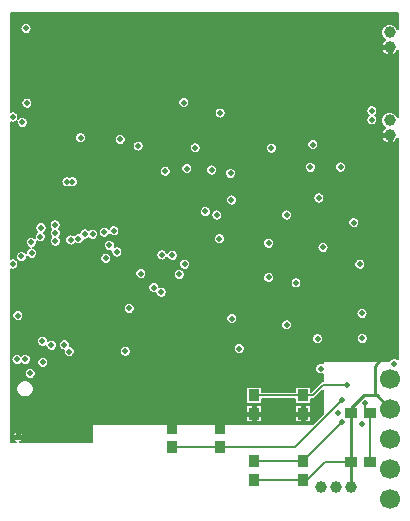
<source format=gbr>
G04 DipTrace 3.1.0.0*
G04 GND.gbr*
%MOIN*%
G04 #@! TF.FileFunction,Copper,L4,Bot*
G04 #@! TF.Part,Single*
%ADD18C,0.02*%
%ADD33C,0.03937*%
%ADD38C,0.066929*%
G04 #@! TA.AperFunction,Conductor*
%ADD15C,0.005997*%
%ADD16C,0.01*%
G04 #@! TA.AperFunction,CopperBalancing*
%ADD20C,0.005*%
%ADD21C,0.015*%
%ADD45R,0.035433X0.03937*%
%ADD47R,0.03937X0.035433*%
G04 #@! TA.AperFunction,ViaPad*
%ADD59C,0.025*%
%FSLAX26Y26*%
G04*
G70*
G90*
G75*
G01*
G04 Bottom_Plane*
%LPD*%
X1154003Y339738D2*
D16*
Y178320D1*
X991155Y116995D2*
D15*
X1004995D1*
X1066320Y178320D1*
X1154003D1*
X1283007Y355997D2*
D16*
X1238004Y401000D1*
X1231067D1*
X1196000D1*
X1154003Y359003D1*
Y339738D1*
X829738Y116995D2*
D15*
X991155D1*
X1231067Y401000D2*
D16*
Y499067D1*
X1266000Y534000D1*
X713005Y316995D2*
D15*
Y293727D1*
X716207Y290525D1*
X593000Y347000D2*
X563010D1*
X563005Y346995D1*
X593000Y347000D2*
X623000D1*
X653000D1*
X683000D1*
X563005Y316995D2*
X592995D1*
X593000Y317000D1*
X623000D1*
X653000D1*
X683000D1*
X1151213Y94000D2*
X1154003Y96790D1*
D16*
Y178320D1*
X1121000Y384000D2*
D15*
X964533Y227533D1*
X716207D1*
X554790D1*
X1140000Y436000D2*
X1060000D1*
X1024997Y400997D1*
X991155D1*
X829738D2*
X991155D1*
X1121000Y311000D2*
Y309832D1*
X991155Y179987D1*
X829738D1*
X1199000Y374000D2*
Y357732D1*
X1216995Y339738D1*
Y178320D2*
Y339738D1*
D18*
X1161000Y925000D3*
X1059000Y893000D3*
X1202472Y1071953D3*
X1017000Y1160000D3*
X1117472Y1160953D3*
X130000Y825000D3*
X54000Y863000D3*
X67000Y520000D3*
X125000Y510000D3*
X123685Y580472D3*
X154000Y567000D3*
X520000Y744000D3*
X130000Y785000D3*
X83000Y473000D3*
X213000Y546000D3*
X1221995Y1348997D3*
D59*
X683005Y466995D3*
D18*
X969000Y775000D3*
X495000Y759000D3*
X39000Y520000D3*
D59*
X533005Y466995D3*
D18*
X335000Y857000D3*
X50000Y572000D3*
X248706Y1066995D3*
X278706D3*
X130000Y745000D3*
X197000Y568000D3*
D59*
X683005Y436995D3*
X533005D3*
X683005Y406995D3*
D18*
X130000Y705000D3*
Y665000D3*
X170000Y825000D3*
Y785000D3*
Y745000D3*
X205990Y1111995D3*
X223995D3*
X170000Y705000D3*
X1051000Y489000D3*
X348005Y1314003D3*
Y1269003D3*
X580000Y803000D3*
X359003Y1291995D3*
X990000Y1314003D3*
X938000Y635000D3*
D59*
X683005Y376995D3*
X923005Y466995D3*
D18*
X1041000Y589000D3*
D59*
X67000Y377000D3*
X923005Y436995D3*
X713005Y466995D3*
Y436995D3*
Y406995D3*
X36995Y376995D3*
D18*
X359000Y1142000D3*
D59*
X36995Y346995D3*
Y316995D3*
D18*
X1266000Y534000D3*
X754000Y1051000D3*
X847060Y666417D3*
X846995Y606995D3*
X170000Y665000D3*
X210000Y825000D3*
Y785000D3*
D59*
X713005Y376995D3*
D18*
X210000Y745000D3*
Y705000D3*
D59*
X713005Y346995D3*
Y316995D3*
D18*
X210000Y665000D3*
X1221995Y1318997D3*
X250000Y825000D3*
D59*
X593005Y466995D3*
Y436995D3*
D18*
X1004003Y1291995D3*
X980000D3*
X400000Y547000D3*
X452000Y806000D3*
X413000Y690000D3*
X25000Y838000D3*
X34000Y735000D3*
X1046000Y558000D3*
D59*
X593005Y406995D3*
D18*
X1221995Y1262003D3*
D59*
X593005Y376995D3*
D18*
X1190000Y531000D3*
X318706Y1066995D3*
X208706D3*
X1135000Y775000D3*
X919000Y822000D3*
X250000Y785000D3*
X42000Y666000D3*
X250000Y745000D3*
Y705000D3*
Y665000D3*
X290000Y825000D3*
D59*
X66995Y346995D3*
Y316995D3*
D18*
X290000Y785000D3*
Y745000D3*
Y705000D3*
Y665000D3*
X522000Y868000D3*
X557000Y867000D3*
X598000Y837000D3*
X1143000Y1269000D3*
X443000Y1231000D3*
D59*
X533005Y406995D3*
Y376995D3*
X96995D3*
Y346995D3*
Y316995D3*
X533005Y346995D3*
Y316995D3*
X563005Y466995D3*
Y436995D3*
Y406995D3*
Y376995D3*
Y346995D3*
Y316995D3*
X653000Y347000D3*
X923005Y376995D3*
D18*
X1221995Y1232003D3*
D59*
X126995Y376995D3*
Y346995D3*
Y316995D3*
Y406995D3*
X156995D3*
D18*
X938000Y1001000D3*
D59*
X623005Y466995D3*
Y436995D3*
Y406995D3*
Y376995D3*
X923005Y346995D3*
Y316995D3*
X653005Y466995D3*
X156995Y376995D3*
Y346995D3*
Y316995D3*
X653005Y436995D3*
Y406995D3*
Y376995D3*
X953005Y466995D3*
Y436995D3*
X186995Y466995D3*
Y436995D3*
Y406995D3*
X953005Y376995D3*
Y346995D3*
Y316995D3*
X743005Y466995D3*
Y436995D3*
Y406995D3*
Y376995D3*
Y346995D3*
Y316995D3*
X186995Y376995D3*
Y346995D3*
Y316995D3*
X773005Y466995D3*
Y436995D3*
Y406995D3*
Y376995D3*
X216995Y465997D3*
Y436995D3*
Y406995D3*
Y376995D3*
Y346995D3*
Y316995D3*
X773005Y346995D3*
Y316995D3*
X803005Y466995D3*
Y439003D3*
X246995Y465997D3*
Y436995D3*
Y406995D3*
Y376995D3*
Y346995D3*
Y316995D3*
D18*
X1280000Y1523000D3*
X121000Y1068000D3*
D59*
X276995Y466995D3*
Y436995D3*
Y406995D3*
Y376995D3*
Y346995D3*
Y316995D3*
X353005Y466995D3*
Y436995D3*
Y406995D3*
Y376995D3*
Y346995D3*
Y316995D3*
X833005Y466995D3*
Y440000D3*
X383005Y466995D3*
Y436995D3*
Y406995D3*
Y376995D3*
Y346995D3*
Y316995D3*
D18*
X61000Y996000D3*
Y1065000D3*
D59*
X863005Y466995D3*
Y436995D3*
X413005Y466995D3*
Y436995D3*
Y406995D3*
Y376995D3*
Y346995D3*
Y316995D3*
D18*
X956000Y1051000D3*
D59*
X866995Y376995D3*
Y346995D3*
Y316995D3*
X443005Y466995D3*
Y436995D3*
Y406995D3*
Y376995D3*
Y346995D3*
Y316995D3*
X893005Y466995D3*
Y436995D3*
D18*
X633000Y1225000D3*
D59*
X893005Y376995D3*
X473005Y466995D3*
Y436995D3*
Y406995D3*
Y376995D3*
Y346995D3*
Y316995D3*
X893005Y346995D3*
Y316995D3*
X653000Y317000D3*
D18*
X887000Y1224000D3*
D59*
X503005Y466995D3*
Y436995D3*
Y406995D3*
Y376995D3*
Y346995D3*
Y316995D3*
D18*
X768000Y1001000D3*
D59*
X683000Y347000D3*
Y317000D3*
X593000Y347000D3*
Y317000D3*
X623000Y347000D3*
Y317000D3*
D18*
X25000Y1328000D3*
X1190000Y590000D3*
X488756Y1070000D3*
X489000Y671000D3*
X484000Y799000D3*
X451000Y547000D3*
X384000Y1219000D3*
X501680Y1232087D3*
X521365D3*
X541050D3*
X560735D3*
X580420D3*
X659160Y1219087D3*
X678845D3*
X698530D3*
X718215D3*
X915066Y1224087D3*
X954436D3*
X780000Y555997D3*
X755000Y655997D3*
X88000Y874000D3*
X87000Y910000D3*
X117000Y929000D3*
X119000Y959000D3*
X167000Y914000D3*
Y941000D3*
X362000Y949000D3*
X291000Y937000D3*
X170000Y1006000D3*
X347000Y900000D3*
X218000Y918000D3*
X244000Y922000D3*
X265000Y938000D3*
X372000Y878000D3*
X67000Y1548000D3*
X69000Y1623000D3*
X251000Y1259000D3*
X149360Y1411000D3*
X705000Y1001000D3*
X1182000Y837000D3*
X878000Y793000D3*
X1045000Y1058000D3*
X1162000Y976000D3*
X1199000Y374000D3*
X1121000Y384000D3*
X1140000Y436000D3*
X1121000Y311000D3*
X714000Y922000D3*
X667000Y1013000D3*
X1189000Y673000D3*
X533000Y1147000D3*
X330000Y944000D3*
X878000Y907000D3*
X1110000Y341000D3*
X383000Y1253000D3*
X1189000Y304000D3*
X688000Y1151000D3*
X595000Y1376000D3*
X72000Y1374000D3*
X605000Y1156000D3*
X1025000Y1236000D3*
X716000Y1341000D3*
X497000Y881000D3*
X751000Y1140000D3*
X737000Y774000D3*
X861000Y846000D3*
X57000Y1310000D3*
X1296194Y505512D3*
X166000Y968000D3*
X18997Y1669547D2*
D20*
X1306996D1*
X18997Y1664678D2*
X1306996D1*
X18997Y1659810D2*
X1306996D1*
X18997Y1654941D2*
X1306996D1*
X18997Y1650072D2*
X1306996D1*
X18997Y1645203D2*
X1306996D1*
X18997Y1640335D2*
X61488D1*
X76503D2*
X1306996D1*
X18997Y1635466D2*
X54564D1*
X83436D2*
X1268803D1*
X1293202D2*
X1306996D1*
X18997Y1630597D2*
X51420D1*
X86580D2*
X1261400D1*
X1300604D2*
X1306996D1*
X18997Y1625728D2*
X50004D1*
X87996D2*
X1257143D1*
X1304862D2*
X1307004D1*
X18997Y1620860D2*
X49927D1*
X88075D2*
X1254448D1*
X18997Y1615991D2*
X51167D1*
X86835D2*
X1252846D1*
X18997Y1611122D2*
X54056D1*
X83944D2*
X1252163D1*
X18997Y1606253D2*
X60190D1*
X77811D2*
X1252319D1*
X18997Y1601385D2*
X1253335D1*
X18997Y1596516D2*
X1255316D1*
X18997Y1591647D2*
X1258520D1*
X18997Y1586778D2*
X1263636D1*
X18997Y1581909D2*
X1261987D1*
X18997Y1577041D2*
X1257514D1*
X18997Y1572172D2*
X1254672D1*
X18997Y1567303D2*
X1252972D1*
X18997Y1562434D2*
X1252192D1*
X18997Y1557566D2*
X1252260D1*
X18997Y1552697D2*
X1253178D1*
X18997Y1547828D2*
X1255052D1*
X18997Y1542959D2*
X1258100D1*
X1303895D2*
X1306996D1*
X18997Y1538091D2*
X1262944D1*
X1299051D2*
X1306996D1*
X18997Y1533222D2*
X1272299D1*
X1289696D2*
X1306996D1*
X18997Y1528353D2*
X1306996D1*
X18997Y1523484D2*
X1306996D1*
X18997Y1518615D2*
X1306996D1*
X18997Y1513747D2*
X1306996D1*
X18997Y1508878D2*
X1306996D1*
X18997Y1504009D2*
X1306996D1*
X18997Y1499140D2*
X1306996D1*
X18997Y1494272D2*
X1306996D1*
X18997Y1489403D2*
X1306996D1*
X18997Y1484534D2*
X1306996D1*
X18997Y1479665D2*
X1306996D1*
X18997Y1474797D2*
X1306996D1*
X18997Y1469928D2*
X1306996D1*
X18997Y1465059D2*
X1306996D1*
X18997Y1460190D2*
X1306996D1*
X18997Y1455322D2*
X1306996D1*
X18997Y1450453D2*
X1306996D1*
X18997Y1445584D2*
X1306996D1*
X18997Y1440715D2*
X1306996D1*
X18997Y1435846D2*
X1306996D1*
X18997Y1430978D2*
X1306996D1*
X18997Y1426109D2*
X1306996D1*
X18997Y1421240D2*
X1306996D1*
X18997Y1416371D2*
X1306996D1*
X18997Y1411503D2*
X1306996D1*
X18997Y1406634D2*
X1306996D1*
X18997Y1401765D2*
X1306996D1*
X18997Y1396896D2*
X1306996D1*
X18997Y1392028D2*
X66538D1*
X77459D2*
X584867D1*
X605125D2*
X1306996D1*
X18997Y1387159D2*
X58217D1*
X85780D2*
X579496D1*
X610507D2*
X1306996D1*
X18997Y1382290D2*
X54740D1*
X89256D2*
X576888D1*
X613104D2*
X1306996D1*
X18997Y1377421D2*
X53119D1*
X90877D2*
X575854D1*
X614139D2*
X1306996D1*
X18997Y1372552D2*
X52856D1*
X91140D2*
X576127D1*
X613875D2*
X1306996D1*
X18997Y1367684D2*
X53900D1*
X90096D2*
X577759D1*
X612244D2*
X1306996D1*
X18997Y1362815D2*
X56518D1*
X87479D2*
X581244D1*
X608759D2*
X1208900D1*
X1235087D2*
X1306996D1*
X18997Y1357946D2*
X61919D1*
X82088D2*
X589633D1*
X600360D2*
X707602D1*
X724403D2*
X1205083D1*
X1238915D2*
X1306996D1*
X18997Y1353077D2*
X701224D1*
X730770D2*
X1203247D1*
X1240740D2*
X1306996D1*
X18997Y1348209D2*
X698247D1*
X733748D2*
X1202816D1*
X1241180D2*
X1306996D1*
X36190Y1343340D2*
X696948D1*
X735047D2*
X1203676D1*
X1240311D2*
X1269408D1*
X1292587D2*
X1306996D1*
X40995Y1338471D2*
X696976D1*
X735028D2*
X1206039D1*
X1237948D2*
X1261694D1*
X1300301D2*
X1306996D1*
X43339Y1333602D2*
X698324D1*
X733671D2*
X1209819D1*
X1234168D2*
X1257328D1*
X1304676D2*
X1306993D1*
X44178Y1328734D2*
X701391D1*
X730614D2*
X1205531D1*
X1238455D2*
X1254564D1*
X70047Y1323865D2*
X708022D1*
X723983D2*
X1203442D1*
X1240545D2*
X1252904D1*
X73895Y1318996D2*
X1202797D1*
X1241190D2*
X1252172D1*
X75740Y1314127D2*
X1203442D1*
X1240545D2*
X1252289D1*
X18997Y1309259D2*
X37816D1*
X76180D2*
X1205531D1*
X1238455D2*
X1253256D1*
X18997Y1304390D2*
X38667D1*
X75340D2*
X1209828D1*
X1234168D2*
X1255180D1*
X18997Y1299521D2*
X41020D1*
X72987D2*
X1258304D1*
X18997Y1294652D2*
X45824D1*
X68182D2*
X1263276D1*
X18997Y1289783D2*
X1262308D1*
X18997Y1284915D2*
X1257709D1*
X18997Y1280046D2*
X1254799D1*
X18997Y1275177D2*
X241127D1*
X260877D2*
X1253041D1*
X18997Y1270308D2*
X235610D1*
X266385D2*
X375424D1*
X390575D2*
X1252211D1*
X18997Y1265440D2*
X232944D1*
X269051D2*
X368539D1*
X397459D2*
X1252231D1*
X18997Y1260571D2*
X231870D1*
X270135D2*
X365404D1*
X400594D2*
X1253110D1*
X18997Y1255702D2*
X232094D1*
X269900D2*
X363999D1*
X402000D2*
X1254916D1*
X18997Y1250833D2*
X233676D1*
X268319D2*
X363930D1*
X402068D2*
X1013119D1*
X1036883D2*
X1257895D1*
X1304100D2*
X1306993D1*
X18997Y1245965D2*
X237094D1*
X264900D2*
X365180D1*
X400819D2*
X431293D1*
X454706D2*
X1008676D1*
X1041316D2*
X1262612D1*
X1299392D2*
X1306996D1*
X18997Y1241096D2*
X245112D1*
X256883D2*
X368080D1*
X397919D2*
X426762D1*
X459236D2*
X622983D1*
X643016D2*
X878930D1*
X895067D2*
X1006508D1*
X1043484D2*
X1271459D1*
X1290535D2*
X1306996D1*
X18997Y1236227D2*
X374243D1*
X391766D2*
X424545D1*
X461454D2*
X617552D1*
X648455D2*
X872358D1*
X901648D2*
X1005804D1*
X1044198D2*
X1306996D1*
X18997Y1231358D2*
X423803D1*
X462196D2*
X614916D1*
X651083D2*
X869311D1*
X904686D2*
X1006391D1*
X1043612D2*
X1306996D1*
X18997Y1226490D2*
X424360D1*
X461648D2*
X613862D1*
X652136D2*
X867972D1*
X906034D2*
X1008403D1*
X1041600D2*
X1306996D1*
X18997Y1221621D2*
X426323D1*
X459676D2*
X614115D1*
X651892D2*
X867954D1*
X906043D2*
X1012552D1*
X1037450D2*
X1306996D1*
X18997Y1216752D2*
X430395D1*
X455604D2*
X615717D1*
X650282D2*
X869262D1*
X904735D2*
X1306996D1*
X18997Y1211883D2*
X619175D1*
X646824D2*
X872260D1*
X901736D2*
X1306996D1*
X18997Y1207014D2*
X627387D1*
X638612D2*
X878686D1*
X895311D2*
X1306996D1*
X18997Y1202146D2*
X1306996D1*
X18997Y1197277D2*
X1306996D1*
X18997Y1192408D2*
X1306996D1*
X18997Y1187539D2*
X1306996D1*
X18997Y1182671D2*
X1306996D1*
X18997Y1177802D2*
X1010786D1*
X1023220D2*
X1108871D1*
X1126083D2*
X1306996D1*
X18997Y1172933D2*
X596576D1*
X613427D2*
X1002992D1*
X1031004D2*
X1102622D1*
X1132323D2*
X1306996D1*
X18997Y1168064D2*
X590219D1*
X619783D2*
X679858D1*
X696140D2*
X999633D1*
X1034373D2*
X1099682D1*
X1135262D2*
X1306996D1*
X18997Y1163196D2*
X523159D1*
X542840D2*
X587240D1*
X622762D2*
X673324D1*
X702675D2*
X998080D1*
X1035927D2*
X1098412D1*
X1136531D2*
X1306996D1*
X18997Y1158327D2*
X517622D1*
X548377D2*
X585951D1*
X624051D2*
X670297D1*
X705702D2*
X746801D1*
X755203D2*
X997875D1*
X1036122D2*
X1098461D1*
X1136483D2*
X1306996D1*
X18997Y1153458D2*
X514955D1*
X551043D2*
X585980D1*
X624022D2*
X668969D1*
X707039D2*
X737524D1*
X764480D2*
X998988D1*
X1035018D2*
X1099839D1*
X1135106D2*
X1306996D1*
X18997Y1148589D2*
X513871D1*
X552127D2*
X587339D1*
X622664D2*
X668959D1*
X707039D2*
X733891D1*
X768104D2*
X1001684D1*
X1032312D2*
X1102944D1*
X1132000D2*
X1306996D1*
X18997Y1143720D2*
X514096D1*
X551903D2*
X590404D1*
X619598D2*
X670278D1*
X705720D2*
X732172D1*
X769823D2*
X1007308D1*
X1026698D2*
X1109720D1*
X1125223D2*
X1306996D1*
X18997Y1138852D2*
X515668D1*
X550331D2*
X597045D1*
X612948D2*
X673286D1*
X702713D2*
X731840D1*
X770164D2*
X1306996D1*
X18997Y1133983D2*
X519076D1*
X546923D2*
X679751D1*
X696248D2*
X732797D1*
X769207D2*
X1306996D1*
X18997Y1129114D2*
X197972D1*
X214003D2*
X215978D1*
X232010D2*
X527055D1*
X538944D2*
X735297D1*
X766698D2*
X1306996D1*
X18997Y1124245D2*
X191362D1*
X238622D2*
X740434D1*
X761571D2*
X1306996D1*
X18997Y1119377D2*
X188315D1*
X241668D2*
X1306996D1*
X18997Y1114508D2*
X186957D1*
X243026D2*
X1306996D1*
X18997Y1109639D2*
X186938D1*
X243045D2*
X1306996D1*
X18997Y1104770D2*
X188247D1*
X241736D2*
X1306996D1*
X18997Y1099902D2*
X191224D1*
X238759D2*
X1306996D1*
X18997Y1095033D2*
X197622D1*
X232362D2*
X1306996D1*
X18997Y1090164D2*
X1306996D1*
X18997Y1085295D2*
X1306996D1*
X18997Y1080427D2*
X1306996D1*
X18997Y1075558D2*
X1038071D1*
X1051932D2*
X1306996D1*
X18997Y1070689D2*
X1030766D1*
X1059236D2*
X1306996D1*
X18997Y1065820D2*
X742104D1*
X765896D2*
X1027514D1*
X1062479D2*
X1306996D1*
X18997Y1060951D2*
X737671D1*
X770331D2*
X1026039D1*
X1063963D2*
X1306996D1*
X18997Y1056083D2*
X735503D1*
X772488D2*
X1025903D1*
X1064100D2*
X1306996D1*
X18997Y1051214D2*
X734799D1*
X773192D2*
X1027075D1*
X1062919D2*
X1306996D1*
X18997Y1046345D2*
X735395D1*
X772606D2*
X1029877D1*
X1060115D2*
X1306996D1*
X18997Y1041476D2*
X737407D1*
X770594D2*
X1035747D1*
X1054247D2*
X1306996D1*
X18997Y1036608D2*
X741567D1*
X766434D2*
X1306996D1*
X18997Y1031739D2*
X1306996D1*
X18997Y1026870D2*
X653959D1*
X680038D2*
X1306996D1*
X18997Y1022001D2*
X650112D1*
X683885D2*
X1306996D1*
X18997Y1017133D2*
X648266D1*
X685731D2*
X695052D1*
X714950D2*
X928051D1*
X947948D2*
X1306996D1*
X18997Y1012264D2*
X647816D1*
X686180D2*
X689575D1*
X720428D2*
X922572D1*
X953427D2*
X1306996D1*
X18997Y1007395D2*
X648667D1*
X685340D2*
X686933D1*
X723064D2*
X919927D1*
X956072D2*
X1306996D1*
X18997Y1002526D2*
X651010D1*
X682987D2*
X685864D1*
X724139D2*
X918862D1*
X957136D2*
X1306996D1*
X18997Y997657D2*
X655815D1*
X678182D2*
X686108D1*
X723895D2*
X919106D1*
X956892D2*
X1306996D1*
X18997Y992789D2*
X687699D1*
X722293D2*
X920698D1*
X955301D2*
X1153266D1*
X1170731D2*
X1306996D1*
X18997Y987920D2*
X691136D1*
X718856D2*
X924135D1*
X951864D2*
X1147094D1*
X1176903D2*
X1306996D1*
X18997Y983051D2*
X154408D1*
X177596D2*
X699262D1*
X710740D2*
X932260D1*
X943739D2*
X1144184D1*
X1179812D2*
X1306996D1*
X18997Y978182D2*
X149819D1*
X182186D2*
X1142934D1*
X1181072D2*
X1306996D1*
X18997Y973314D2*
X106469D1*
X131531D2*
X147572D1*
X184423D2*
X1142992D1*
X1181004D2*
X1306996D1*
X18997Y968445D2*
X102367D1*
X135633D2*
X146811D1*
X185194D2*
X1144399D1*
X1179598D2*
X1306996D1*
X18997Y963576D2*
X100375D1*
X137625D2*
X147339D1*
X184667D2*
X349789D1*
X374207D2*
X1147524D1*
X1176472D2*
X1306996D1*
X18997Y958707D2*
X99808D1*
X138192D2*
X149272D1*
X182723D2*
X317954D1*
X342049D2*
X345522D1*
X378484D2*
X1154388D1*
X1169608D2*
X1306996D1*
X18997Y953839D2*
X100531D1*
X137469D2*
X152904D1*
X181092D2*
X254564D1*
X275438D2*
X282377D1*
X299627D2*
X313598D1*
X380564D2*
X1306996D1*
X18997Y948970D2*
X102719D1*
X135282D2*
X149584D1*
X184412D2*
X249360D1*
X305867D2*
X311479D1*
X381199D2*
X1306996D1*
X18997Y944101D2*
X105472D1*
X130799D2*
X148060D1*
X185936D2*
X246831D1*
X308797D2*
X310804D1*
X380545D2*
X1306996D1*
X18997Y939232D2*
X100854D1*
X133152D2*
X147885D1*
X186112D2*
X236244D1*
X378446D2*
X706244D1*
X721756D2*
X1306996D1*
X18997Y934364D2*
X98588D1*
X135408D2*
X149018D1*
X184979D2*
X208451D1*
X227547D2*
X229471D1*
X310008D2*
X313480D1*
X346522D2*
X349866D1*
X374139D2*
X699476D1*
X728524D2*
X1306996D1*
X18997Y929495D2*
X97807D1*
X136190D2*
X151762D1*
X182235D2*
X202759D1*
X308622D2*
X317699D1*
X342293D2*
X696371D1*
X731629D2*
X1306996D1*
X18997Y924626D2*
X74848D1*
X135682D2*
X151118D1*
X182888D2*
X200014D1*
X305516D2*
X694984D1*
X733016D2*
X871264D1*
X884735D2*
X1306996D1*
X18997Y919757D2*
X70551D1*
X133748D2*
X148715D1*
X185291D2*
X198881D1*
X269598D2*
X283266D1*
X298728D2*
X694936D1*
X733064D2*
X863832D1*
X892167D2*
X1306996D1*
X18997Y914888D2*
X68451D1*
X129764D2*
X147827D1*
X186180D2*
X199067D1*
X261795D2*
X335190D1*
X358807D2*
X696206D1*
X731795D2*
X860551D1*
X895448D2*
X1306996D1*
X18997Y910020D2*
X67807D1*
X106199D2*
X148227D1*
X185770D2*
X200591D1*
X258856D2*
X330717D1*
X363289D2*
X699144D1*
X728856D2*
X859047D1*
X896951D2*
X1050756D1*
X1067244D2*
X1306996D1*
X18997Y905151D2*
X68442D1*
X105555D2*
X150034D1*
X183972D2*
X203920D1*
X232079D2*
X235403D1*
X252606D2*
X328530D1*
X365476D2*
X705395D1*
X722606D2*
X858891D1*
X897108D2*
X1044291D1*
X1073709D2*
X1306996D1*
X18997Y900282D2*
X70522D1*
X103475D2*
X153793D1*
X180203D2*
X211528D1*
X224471D2*
X327807D1*
X366199D2*
X860052D1*
X895946D2*
X1041283D1*
X1076717D2*
X1306996D1*
X18997Y895413D2*
X74799D1*
X99198D2*
X164467D1*
X169530D2*
X328373D1*
X379304D2*
X862827D1*
X893172D2*
X1039955D1*
X1078045D2*
X1306996D1*
X18997Y890545D2*
X78793D1*
X97206D2*
X330366D1*
X386366D2*
X868627D1*
X887381D2*
X1039965D1*
X1078035D2*
X1306996D1*
X18997Y885676D2*
X72895D1*
X103104D2*
X334487D1*
X389549D2*
X515404D1*
X528592D2*
X1041293D1*
X1076707D2*
X1306996D1*
X18997Y880807D2*
X47797D1*
X60203D2*
X70083D1*
X105916D2*
X353012D1*
X390984D2*
X507875D1*
X536122D2*
X543891D1*
X570106D2*
X1044320D1*
X1073671D2*
X1306996D1*
X18997Y875938D2*
X40004D1*
X107098D2*
X352915D1*
X391083D2*
X504575D1*
X573924D2*
X1050854D1*
X1067147D2*
X1306996D1*
X18997Y871070D2*
X36635D1*
X106971D2*
X322182D1*
X347811D2*
X354135D1*
X389862D2*
X503060D1*
X575751D2*
X1306996D1*
X18997Y866201D2*
X35083D1*
X105496D2*
X318227D1*
X351776D2*
X356996D1*
X387000D2*
X502885D1*
X576180D2*
X1306996D1*
X18997Y861332D2*
X34877D1*
X102255D2*
X316312D1*
X353690D2*
X363031D1*
X380975D2*
X504028D1*
X575320D2*
X1306996D1*
X18997Y856463D2*
X21547D1*
X28446D2*
X35980D1*
X72020D2*
X81020D1*
X94988D2*
X315815D1*
X354188D2*
X506782D1*
X537215D2*
X541059D1*
X572948D2*
X1306996D1*
X69315Y851594D2*
X316606D1*
X353396D2*
X512534D1*
X531472D2*
X545903D1*
X568094D2*
X585815D1*
X610184D2*
X1169808D1*
X1194188D2*
X1306996D1*
X42039Y846726D2*
X44287D1*
X63709D2*
X318881D1*
X351122D2*
X581528D1*
X614471D2*
X1165531D1*
X1198465D2*
X1306996D1*
X43797Y841857D2*
X323530D1*
X346463D2*
X579448D1*
X616551D2*
X1163442D1*
X1200555D2*
X1306996D1*
X44168Y836988D2*
X578803D1*
X617196D2*
X1162807D1*
X1201199D2*
X1306996D1*
X43251Y832119D2*
X579448D1*
X616551D2*
X1163451D1*
X1200545D2*
X1306996D1*
X40799Y827251D2*
X581547D1*
X614451D2*
X1165541D1*
X1198455D2*
X1306996D1*
X35780Y822382D2*
X442484D1*
X461512D2*
X585844D1*
X610155D2*
X1169839D1*
X1194159D2*
X1306996D1*
X18997Y817513D2*
X436772D1*
X467235D2*
X567709D1*
X592283D2*
X1306996D1*
X18997Y812644D2*
X434028D1*
X469979D2*
X563480D1*
X596522D2*
X1306996D1*
X18997Y807776D2*
X432885D1*
X471112D2*
X561420D1*
X598572D2*
X866039D1*
X889959D2*
X1306996D1*
X18997Y802907D2*
X433060D1*
X470936D2*
X560804D1*
X599198D2*
X861644D1*
X894354D2*
X1306996D1*
X18997Y798038D2*
X434584D1*
X469412D2*
X561469D1*
X598524D2*
X859496D1*
X896503D2*
X1306996D1*
X18997Y793169D2*
X437904D1*
X466102D2*
X563598D1*
X596404D2*
X858803D1*
X897196D2*
X964087D1*
X973915D2*
X1306996D1*
X18997Y788301D2*
X445472D1*
X458524D2*
X567944D1*
X592059D2*
X859399D1*
X896600D2*
X955356D1*
X982644D2*
X1306996D1*
X18997Y783432D2*
X861440D1*
X894559D2*
X951811D1*
X986190D2*
X1306996D1*
X18997Y778563D2*
X865619D1*
X890379D2*
X950140D1*
X987850D2*
X1306996D1*
X18997Y773694D2*
X482934D1*
X507059D2*
X949848D1*
X988152D2*
X1306996D1*
X18997Y768825D2*
X478588D1*
X511404D2*
X950854D1*
X987147D2*
X1306996D1*
X18997Y763957D2*
X476469D1*
X513524D2*
X953412D1*
X984588D2*
X1306996D1*
X18997Y759088D2*
X475804D1*
X531541D2*
X958686D1*
X979315D2*
X1306996D1*
X18997Y754219D2*
X476420D1*
X536160D2*
X1306996D1*
X18997Y749350D2*
X478480D1*
X538416D2*
X1306996D1*
X18997Y744482D2*
X482719D1*
X539188D2*
X1306996D1*
X18997Y739613D2*
X501323D1*
X538680D2*
X1306996D1*
X18997Y734744D2*
X503256D1*
X536747D2*
X1306996D1*
X18997Y729875D2*
X507251D1*
X532752D2*
X1306996D1*
X18997Y725007D2*
X1306996D1*
X18997Y720138D2*
X1306996D1*
X18997Y715269D2*
X1306996D1*
X18997Y710400D2*
X1306996D1*
X18997Y705531D2*
X402094D1*
X423915D2*
X1306996D1*
X18997Y700663D2*
X397143D1*
X428856D2*
X1306996D1*
X18997Y695794D2*
X394720D1*
X431278D2*
X1306996D1*
X18997Y690925D2*
X393823D1*
X432176D2*
X1183178D1*
X1194812D2*
X1306996D1*
X18997Y686056D2*
X394223D1*
X431776D2*
X1175122D1*
X1202879D2*
X1306996D1*
X18997Y681188D2*
X30591D1*
X53407D2*
X396010D1*
X429988D2*
X1171694D1*
X1206307D2*
X1306996D1*
X18997Y676319D2*
X25912D1*
X58094D2*
X399760D1*
X426248D2*
X1170102D1*
X1207899D2*
X1306996D1*
X18997Y671450D2*
X23618D1*
X60388D2*
X410160D1*
X415839D2*
X743969D1*
X766024D2*
X1169867D1*
X1208133D2*
X1306996D1*
X18997Y666581D2*
X22807D1*
X61190D2*
X739087D1*
X770916D2*
X1170942D1*
X1207059D2*
X1306996D1*
X18997Y661713D2*
X23304D1*
X60702D2*
X736694D1*
X773299D2*
X1173598D1*
X1204403D2*
X1306996D1*
X18997Y656844D2*
X25199D1*
X58797D2*
X735824D1*
X774178D2*
X1179087D1*
X1198915D2*
X1306996D1*
X18997Y651975D2*
X29135D1*
X54862D2*
X736244D1*
X773759D2*
X929663D1*
X946336D2*
X1306996D1*
X18997Y647106D2*
X738051D1*
X771951D2*
X923256D1*
X952752D2*
X1306996D1*
X18997Y642238D2*
X741840D1*
X768163D2*
X920259D1*
X955740D2*
X1306996D1*
X18997Y637369D2*
X752895D1*
X757098D2*
X918950D1*
X957049D2*
X1306996D1*
X18997Y632500D2*
X918969D1*
X957030D2*
X1306996D1*
X18997Y627631D2*
X920316D1*
X955682D2*
X1306996D1*
X18997Y622762D2*
X923364D1*
X952635D2*
X1306996D1*
X18997Y617894D2*
X929955D1*
X946043D2*
X1306996D1*
X18997Y613025D2*
X1306996D1*
X18997Y608156D2*
X1185034D1*
X1194969D2*
X1306996D1*
X18997Y603287D2*
X1028442D1*
X1053563D2*
X1176343D1*
X1203651D2*
X1306996D1*
X18997Y598419D2*
X117944D1*
X129432D2*
X1024350D1*
X1057655D2*
X1172807D1*
X1207196D2*
X1306996D1*
X18997Y593550D2*
X109819D1*
X137547D2*
X1022367D1*
X1059636D2*
X1171147D1*
X1208856D2*
X1306996D1*
X18997Y588681D2*
X106391D1*
X140984D2*
X1021801D1*
X1060194D2*
X1170854D1*
X1209148D2*
X1306996D1*
X18997Y583812D2*
X104789D1*
X142587D2*
X145322D1*
X162684D2*
X186518D1*
X207479D2*
X1022534D1*
X1059461D2*
X1171860D1*
X1208143D2*
X1306996D1*
X18997Y578944D2*
X104555D1*
X168885D2*
X181343D1*
X212664D2*
X1024740D1*
X1057264D2*
X1174419D1*
X1205575D2*
X1306996D1*
X18997Y574075D2*
X105619D1*
X171804D2*
X178812D1*
X215184D2*
X774720D1*
X785272D2*
X1029243D1*
X1052762D2*
X1179702D1*
X1200301D2*
X1306996D1*
X18997Y569206D2*
X108266D1*
X173064D2*
X177846D1*
X216160D2*
X766264D1*
X793728D2*
X1306996D1*
X18997Y564337D2*
X113735D1*
X173007D2*
X178168D1*
X217147D2*
X392504D1*
X407499D2*
X762768D1*
X797235D2*
X1306996D1*
X18997Y559469D2*
X136391D1*
X171610D2*
X179867D1*
X226472D2*
X385571D1*
X414432D2*
X761127D1*
X798875D2*
X1306996D1*
X18997Y554600D2*
X139507D1*
X168495D2*
X183461D1*
X230106D2*
X382416D1*
X417587D2*
X760854D1*
X799148D2*
X1306996D1*
X18997Y549731D2*
X146332D1*
X161668D2*
X192524D1*
X231824D2*
X381000D1*
X418992D2*
X761888D1*
X798114D2*
X1306996D1*
X18997Y544862D2*
X193843D1*
X232167D2*
X380923D1*
X419071D2*
X764476D1*
X795516D2*
X1306996D1*
X18997Y539993D2*
X194789D1*
X231209D2*
X382163D1*
X417831D2*
X769828D1*
X790164D2*
X1306996D1*
X18997Y535125D2*
X27504D1*
X50496D2*
X55512D1*
X78495D2*
X197289D1*
X228709D2*
X385063D1*
X414940D2*
X1306996D1*
X18997Y530256D2*
X22866D1*
X83133D2*
X202416D1*
X223583D2*
X391176D1*
X408816D2*
X1306996D1*
X18997Y525387D2*
X20600D1*
X85408D2*
X113881D1*
X136122D2*
X1306996D1*
X86190Y520518D2*
X109038D1*
X140955D2*
X1284545D1*
X85682Y515650D2*
X106675D1*
X143319D2*
X1279984D1*
X18997Y510781D2*
X22231D1*
X83768D2*
X105815D1*
X144178D2*
X1056996D1*
X18997Y505912D2*
X26206D1*
X51795D2*
X54202D1*
X79793D2*
X106255D1*
X143748D2*
X1042524D1*
X18997Y501043D2*
X108091D1*
X141912D2*
X1036196D1*
X18997Y496175D2*
X111908D1*
X138084D2*
X1033236D1*
X18997Y491306D2*
X78696D1*
X87303D2*
X1031948D1*
X18997Y486437D2*
X69496D1*
X96503D2*
X1031976D1*
X18997Y481568D2*
X65883D1*
X100115D2*
X1033344D1*
X18997Y476699D2*
X64175D1*
X101824D2*
X1036420D1*
X18997Y471831D2*
X63843D1*
X102156D2*
X1043100D1*
X18997Y466962D2*
X64808D1*
X101199D2*
X1056996D1*
X18997Y462093D2*
X67308D1*
X98690D2*
X1056996D1*
X18997Y457224D2*
X72465D1*
X93534D2*
X1056996D1*
X18997Y452356D2*
X1056996D1*
X18997Y447487D2*
X50942D1*
X80564D2*
X1056996D1*
X18997Y442618D2*
X44545D1*
X86961D2*
X1049594D1*
X18997Y437749D2*
X40648D1*
X90858D2*
X1044731D1*
X18997Y432881D2*
X38148D1*
X93358D2*
X1039858D1*
X18997Y428012D2*
X36675D1*
X94832D2*
X802827D1*
X856648D2*
X964243D1*
X1018064D2*
X1034984D1*
X18997Y423143D2*
X36079D1*
X95428D2*
X802827D1*
X856648D2*
X964243D1*
X1018064D2*
X1030122D1*
X18997Y418274D2*
X36303D1*
X95203D2*
X802827D1*
X856648D2*
X964243D1*
X1018064D2*
X1025248D1*
X18997Y413406D2*
X37367D1*
X94139D2*
X802827D1*
X856648D2*
X964243D1*
X1018064D2*
X1020383D1*
X1054432D2*
X1057008D1*
X18997Y408537D2*
X39370D1*
X92136D2*
X802827D1*
X1049559D2*
X1056996D1*
X18997Y403668D2*
X42563D1*
X88944D2*
X802827D1*
X1044686D2*
X1056996D1*
X18997Y398799D2*
X47583D1*
X83924D2*
X802827D1*
X1039823D2*
X1056996D1*
X18997Y393930D2*
X57358D1*
X74148D2*
X802827D1*
X1034950D2*
X1056996D1*
X18997Y389062D2*
X802827D1*
X856648D2*
X964243D1*
X1018064D2*
X1056996D1*
X18997Y384193D2*
X802827D1*
X856648D2*
X964243D1*
X1018064D2*
X1056996D1*
X18997Y379324D2*
X802827D1*
X856648D2*
X964243D1*
X1018064D2*
X1056996D1*
X18997Y374455D2*
X802827D1*
X856648D2*
X964243D1*
X1018064D2*
X1056996D1*
X18997Y369587D2*
X1056996D1*
X18997Y364718D2*
X802827D1*
X856648D2*
X964243D1*
X1018064D2*
X1056996D1*
X18997Y359849D2*
X802827D1*
X856648D2*
X964243D1*
X1018064D2*
X1056996D1*
X18997Y354980D2*
X802827D1*
X856648D2*
X964243D1*
X1018064D2*
X1056996D1*
X18997Y350112D2*
X802827D1*
X856648D2*
X964243D1*
X1018064D2*
X1056996D1*
X18997Y345243D2*
X802827D1*
X856648D2*
X964243D1*
X1018064D2*
X1056996D1*
X18997Y340374D2*
X802827D1*
X856648D2*
X964243D1*
X1018064D2*
X1056996D1*
X18997Y335505D2*
X802827D1*
X856648D2*
X964243D1*
X1018064D2*
X1055483D1*
X18997Y330636D2*
X802827D1*
X856648D2*
X964243D1*
X1018064D2*
X1050610D1*
X18997Y325768D2*
X802827D1*
X856648D2*
X964243D1*
X1018064D2*
X1045747D1*
X18997Y320899D2*
X802827D1*
X856648D2*
X964243D1*
X1018064D2*
X1040873D1*
X18997Y316030D2*
X802827D1*
X856648D2*
X964243D1*
X1018064D2*
X1036010D1*
X18997Y311161D2*
X802827D1*
X856648D2*
X964243D1*
X1018064D2*
X1031136D1*
X18997Y306293D2*
X1026274D1*
X18997Y301424D2*
X290004D1*
X18997Y296555D2*
X290004D1*
X18997Y291686D2*
X290004D1*
X18997Y286818D2*
X290004D1*
X18997Y281949D2*
X290004D1*
X18997Y277080D2*
X30463D1*
X53552D2*
X290004D1*
X18997Y272211D2*
X25844D1*
X58163D2*
X290004D1*
X18997Y267343D2*
X23588D1*
X60428D2*
X290004D1*
X18997Y262474D2*
X22816D1*
X61199D2*
X290004D1*
X18997Y257605D2*
X23335D1*
X60682D2*
X290004D1*
X18997Y252736D2*
X25268D1*
X58748D2*
X290004D1*
X18997Y247867D2*
X29262D1*
X54755D2*
X290004D1*
X60698Y261495D2*
X60538Y259503D1*
X60167Y257538D1*
X59587Y255625D1*
X58806Y253785D1*
X57833Y252038D1*
X56680Y250406D1*
X55360Y248906D1*
X53886Y247555D1*
X52276Y246369D1*
X50549Y245362D1*
X48554Y244483D1*
X290505Y244495D1*
X290535Y302386D1*
X290778Y303130D1*
X291238Y303762D1*
X291870Y304222D1*
X292614Y304465D1*
X293005Y304495D1*
X1024969D1*
X1057516Y337056D1*
X1057500Y416986D1*
X1033268Y392727D1*
X1031873Y391535D1*
X1030307Y390576D1*
X1028612Y389874D1*
X1026827Y389445D1*
X1024997Y389302D1*
X1024664Y389315D1*
X1017566Y389302D1*
X1017568Y372615D1*
X964741D1*
Y389324D1*
X928655Y389302D1*
X856146D1*
X856151Y372615D1*
X803324D1*
Y429379D1*
X856151D1*
Y412671D1*
X892238Y412693D1*
X964747D1*
X964741Y429379D1*
X1017568D1*
Y412671D1*
X1020168Y412693D1*
X1051730Y444270D1*
X1053125Y445462D1*
X1054690Y446421D1*
X1056386Y447123D1*
X1057512Y447421D1*
X1057500Y471478D1*
X1055365Y470819D1*
X1052467Y470361D1*
X1049533D1*
X1046635Y470819D1*
X1043845Y471726D1*
X1041231Y473058D1*
X1038857Y474782D1*
X1036782Y476857D1*
X1035058Y479231D1*
X1033726Y481845D1*
X1032819Y484635D1*
X1032361Y487533D1*
Y490467D1*
X1032819Y493365D1*
X1033726Y496155D1*
X1035058Y498769D1*
X1036782Y501143D1*
X1038857Y503218D1*
X1041231Y504942D1*
X1043845Y506274D1*
X1046635Y507181D1*
X1049533Y507639D1*
X1052467D1*
X1055365Y507181D1*
X1057514Y506510D1*
X1057530Y512386D1*
X1057773Y513130D1*
X1058232Y513762D1*
X1058865Y514222D1*
X1059609Y514465D1*
X1060000Y514495D1*
X1279795D1*
X1281068Y516501D1*
X1282974Y518732D1*
X1285205Y520638D1*
X1287706Y522172D1*
X1290416Y523294D1*
X1293269Y523979D1*
X1296194Y524209D1*
X1299119Y523979D1*
X1301972Y523294D1*
X1304682Y522172D1*
X1307184Y520638D1*
X1307513Y520379D1*
X1307500Y854495D1*
X1307462Y1257738D1*
X1306457Y1255450D1*
X1305255Y1253259D1*
X1303864Y1251182D1*
X1302295Y1249236D1*
X1300562Y1247436D1*
X1298677Y1245795D1*
X1296655Y1244325D1*
X1294512Y1243041D1*
X1292264Y1241949D1*
X1289929Y1241059D1*
X1287524Y1240378D1*
X1285070Y1239911D1*
X1282583Y1239661D1*
X1280083Y1239633D1*
X1277592Y1239823D1*
X1275126Y1240232D1*
X1272706Y1240857D1*
X1270350Y1241692D1*
X1268077Y1242730D1*
X1265904Y1243965D1*
X1263849Y1245386D1*
X1261925Y1246983D1*
X1260151Y1248741D1*
X1258538Y1250651D1*
X1257098Y1252694D1*
X1255845Y1254856D1*
X1254786Y1257119D1*
X1253930Y1259469D1*
X1253285Y1261882D1*
X1252854Y1264344D1*
X1252642Y1266835D1*
X1252648Y1269333D1*
X1252877Y1271823D1*
X1253322Y1274282D1*
X1253982Y1276692D1*
X1254850Y1279035D1*
X1255923Y1281293D1*
X1257189Y1283448D1*
X1258640Y1285482D1*
X1260265Y1287381D1*
X1262050Y1289130D1*
X1263983Y1290715D1*
X1266047Y1292123D1*
X1266853Y1292605D1*
X1264318Y1294251D1*
X1262567Y1295630D1*
X1260930Y1297143D1*
X1259417Y1298780D1*
X1258038Y1300530D1*
X1256801Y1302383D1*
X1255711Y1304327D1*
X1254778Y1306352D1*
X1254007Y1308442D1*
X1253402Y1310587D1*
X1252967Y1312773D1*
X1252705Y1314986D1*
X1252618Y1317213D1*
X1252705Y1319440D1*
X1252967Y1321652D1*
X1253402Y1323839D1*
X1254007Y1325983D1*
X1254778Y1328073D1*
X1255711Y1330098D1*
X1256801Y1332042D1*
X1258038Y1333895D1*
X1259417Y1335646D1*
X1260930Y1337282D1*
X1262567Y1338795D1*
X1264318Y1340175D1*
X1266171Y1341412D1*
X1268114Y1342501D1*
X1270139Y1343434D1*
X1272230Y1344206D1*
X1274374Y1344811D1*
X1276560Y1345245D1*
X1278773Y1345508D1*
X1281000Y1345594D1*
X1283227Y1345508D1*
X1285440Y1345245D1*
X1287626Y1344811D1*
X1289770Y1344206D1*
X1291861Y1343434D1*
X1293886Y1342501D1*
X1295829Y1341412D1*
X1297682Y1340175D1*
X1299433Y1338795D1*
X1301070Y1337282D1*
X1302583Y1335646D1*
X1303962Y1333895D1*
X1305199Y1332042D1*
X1306289Y1330098D1*
X1307514Y1327282D1*
X1307500Y1550227D1*
X1306457Y1547844D1*
X1305255Y1545652D1*
X1303864Y1543576D1*
X1302295Y1541630D1*
X1300562Y1539829D1*
X1298677Y1538189D1*
X1296655Y1536719D1*
X1294512Y1535434D1*
X1292264Y1534343D1*
X1289929Y1533453D1*
X1287524Y1532772D1*
X1285070Y1532304D1*
X1282583Y1532055D1*
X1280083Y1532026D1*
X1277592Y1532217D1*
X1275126Y1532626D1*
X1272706Y1533251D1*
X1270350Y1534085D1*
X1268077Y1535123D1*
X1265904Y1536358D1*
X1263849Y1537780D1*
X1261925Y1539377D1*
X1260151Y1541135D1*
X1258538Y1543045D1*
X1257098Y1545088D1*
X1255845Y1547249D1*
X1254786Y1549513D1*
X1253930Y1551862D1*
X1253285Y1554276D1*
X1252854Y1556738D1*
X1252642Y1559228D1*
X1252648Y1561727D1*
X1252877Y1564217D1*
X1253322Y1566676D1*
X1253982Y1569085D1*
X1254850Y1571429D1*
X1255923Y1573686D1*
X1257189Y1575841D1*
X1258640Y1577875D1*
X1260265Y1579774D1*
X1262050Y1581524D1*
X1263983Y1583109D1*
X1266047Y1584517D1*
X1266853Y1584999D1*
X1264318Y1586644D1*
X1262567Y1588024D1*
X1260930Y1589537D1*
X1259417Y1591173D1*
X1258038Y1592924D1*
X1256801Y1594777D1*
X1255711Y1596720D1*
X1254778Y1598745D1*
X1254007Y1600836D1*
X1253402Y1602980D1*
X1252967Y1605167D1*
X1252705Y1607379D1*
X1252618Y1609606D1*
X1252705Y1611833D1*
X1252967Y1614046D1*
X1253402Y1616232D1*
X1254007Y1618377D1*
X1254778Y1620467D1*
X1255711Y1622492D1*
X1256801Y1624436D1*
X1258038Y1626289D1*
X1259417Y1628039D1*
X1260930Y1629676D1*
X1262567Y1631189D1*
X1264318Y1632568D1*
X1266171Y1633806D1*
X1268114Y1634895D1*
X1270139Y1635828D1*
X1272230Y1636600D1*
X1274374Y1637205D1*
X1276560Y1637639D1*
X1278773Y1637902D1*
X1281000Y1637988D1*
X1283227Y1637902D1*
X1285440Y1637639D1*
X1287626Y1637205D1*
X1289770Y1636600D1*
X1291861Y1635828D1*
X1293886Y1634895D1*
X1295829Y1633806D1*
X1297682Y1632568D1*
X1299433Y1631189D1*
X1301070Y1629676D1*
X1302583Y1628039D1*
X1303962Y1626289D1*
X1305199Y1624436D1*
X1306289Y1622492D1*
X1307514Y1619676D1*
X1307500Y1674416D1*
X18497D1*
Y1345539D1*
X20635Y1346181D1*
X23533Y1346639D1*
X26467D1*
X29365Y1346181D1*
X32155Y1345274D1*
X34769Y1343942D1*
X37143Y1342218D1*
X39218Y1340143D1*
X40942Y1337769D1*
X42274Y1335155D1*
X43181Y1332365D1*
X43639Y1329467D1*
Y1326533D1*
X43181Y1323635D1*
X42782Y1322143D1*
X44857Y1324218D1*
X47231Y1325942D1*
X49845Y1327274D1*
X52635Y1328181D1*
X55533Y1328639D1*
X58467D1*
X61365Y1328181D1*
X64155Y1327274D1*
X66769Y1325942D1*
X69143Y1324218D1*
X71218Y1322143D1*
X72942Y1319769D1*
X74274Y1317155D1*
X75181Y1314365D1*
X75639Y1311467D1*
Y1308533D1*
X75181Y1305635D1*
X74274Y1302845D1*
X72942Y1300231D1*
X71218Y1297857D1*
X69143Y1295782D1*
X66769Y1294058D1*
X64155Y1292726D1*
X61365Y1291819D1*
X58467Y1291361D1*
X55533D1*
X52635Y1291819D1*
X49845Y1292726D1*
X47231Y1294058D1*
X44857Y1295782D1*
X42782Y1297857D1*
X41058Y1300231D1*
X39726Y1302845D1*
X38819Y1305635D1*
X38361Y1308533D1*
Y1311467D1*
X38819Y1314365D1*
X39218Y1315857D1*
X37143Y1313782D1*
X34769Y1312058D1*
X32155Y1310726D1*
X29365Y1309819D1*
X26467Y1309361D1*
X23533D1*
X20635Y1309819D1*
X18486Y1310490D1*
X18497Y941916D1*
Y855539D1*
X20635Y856181D1*
X23533Y856639D1*
X26467D1*
X29365Y856181D1*
X32155Y855274D1*
X34769Y853942D1*
X37143Y852218D1*
X39218Y850143D1*
X40942Y847769D1*
X42274Y845155D1*
X43181Y842365D1*
X43639Y839467D1*
Y836533D1*
X43181Y833635D1*
X42274Y830845D1*
X40942Y828231D1*
X39218Y825857D1*
X37143Y823782D1*
X34769Y822058D1*
X32155Y820726D1*
X29365Y819819D1*
X26467Y819361D1*
X23533D1*
X20635Y819819D1*
X18486Y820490D1*
X18497Y451916D1*
Y244495D1*
X35421D1*
X33236Y245483D1*
X31524Y246513D1*
X29930Y247722D1*
X28475Y249092D1*
X27176Y250610D1*
X26045Y252260D1*
X25097Y254020D1*
X24343Y255870D1*
X23789Y257791D1*
X23445Y259761D1*
X23312Y261755D1*
X23394Y263752D1*
X23688Y265730D1*
X24190Y267664D1*
X24898Y269534D1*
X25801Y271318D1*
X26888Y272995D1*
X28150Y274546D1*
X29568Y275954D1*
X31130Y277202D1*
X32816Y278277D1*
X34606Y279165D1*
X36483Y279857D1*
X38421Y280345D1*
X40400Y280623D1*
X42399Y280688D1*
X44392Y280539D1*
X46358Y280178D1*
X48274Y279610D1*
X50119Y278841D1*
X51871Y277878D1*
X53512Y276735D1*
X55020Y275423D1*
X56378Y273957D1*
X57573Y272354D1*
X58591Y270633D1*
X59417Y268812D1*
X60046Y266915D1*
X60469Y264961D1*
X60680Y262974D1*
X60698Y261495D1*
X965241Y366387D2*
X1017568D1*
Y309623D1*
X964741D1*
Y366387D1*
X965241D1*
X803824D2*
X856151D1*
Y309623D1*
X803324D1*
Y366387D1*
X803824D1*
X94860Y419748D2*
X94589Y417472D1*
X94143Y415223D1*
X93521Y413017D1*
X92727Y410866D1*
X91768Y408785D1*
X90647Y406785D1*
X89374Y404878D1*
X87954Y403077D1*
X86398Y401395D1*
X84715Y399839D1*
X82915Y398419D1*
X81008Y397146D1*
X79008Y396025D1*
X76927Y395066D1*
X74776Y394272D1*
X72570Y393650D1*
X70320Y393203D1*
X68045Y392933D1*
X65753Y392844D1*
X63462Y392933D1*
X61186Y393203D1*
X58937Y393650D1*
X56731Y394272D1*
X54580Y395066D1*
X52499Y396025D1*
X50499Y397146D1*
X48592Y398419D1*
X46791Y399839D1*
X45109Y401395D1*
X43552Y403077D1*
X42133Y404878D1*
X40860Y406785D1*
X39739Y408785D1*
X38780Y410866D1*
X37986Y413017D1*
X37364Y415223D1*
X36917Y417472D1*
X36647Y419748D1*
X36558Y422039D1*
X36647Y424331D1*
X36917Y426606D1*
X37364Y428856D1*
X37986Y431062D1*
X38780Y433213D1*
X39739Y435294D1*
X40860Y437294D1*
X42133Y439201D1*
X43552Y441001D1*
X45109Y442684D1*
X46791Y444240D1*
X48592Y445660D1*
X50499Y446933D1*
X52499Y448054D1*
X54580Y449013D1*
X56731Y449807D1*
X58937Y450429D1*
X61186Y450875D1*
X63462Y451146D1*
X65753Y451235D1*
X68045Y451146D1*
X70320Y450875D1*
X72570Y450429D1*
X74776Y449807D1*
X76927Y449013D1*
X79008Y448054D1*
X81008Y446933D1*
X82915Y445660D1*
X84715Y444240D1*
X86398Y442684D1*
X87954Y441001D1*
X89374Y439201D1*
X90647Y437294D1*
X91768Y435294D1*
X92727Y433213D1*
X93521Y431062D1*
X94143Y428856D1*
X94589Y426606D1*
X94860Y424331D1*
X94949Y422039D1*
X94860Y419748D1*
X1077639Y891533D2*
X1077181Y888635D1*
X1076274Y885845D1*
X1074942Y883231D1*
X1073218Y880857D1*
X1071143Y878782D1*
X1068769Y877058D1*
X1066155Y875726D1*
X1063365Y874819D1*
X1060467Y874361D1*
X1057533D1*
X1054635Y874819D1*
X1051845Y875726D1*
X1049231Y877058D1*
X1046857Y878782D1*
X1044782Y880857D1*
X1043058Y883231D1*
X1041726Y885845D1*
X1040819Y888635D1*
X1040361Y891533D1*
Y894467D1*
X1040819Y897365D1*
X1041726Y900155D1*
X1043058Y902769D1*
X1044782Y905143D1*
X1046857Y907218D1*
X1049231Y908942D1*
X1051845Y910274D1*
X1054635Y911181D1*
X1057533Y911639D1*
X1060467D1*
X1063365Y911181D1*
X1066155Y910274D1*
X1068769Y908942D1*
X1071143Y907218D1*
X1073218Y905143D1*
X1074942Y902769D1*
X1076274Y900155D1*
X1077181Y897365D1*
X1077639Y894467D1*
Y891533D1*
X1035639Y1158533D2*
X1035181Y1155635D1*
X1034274Y1152845D1*
X1032942Y1150231D1*
X1031218Y1147857D1*
X1029143Y1145782D1*
X1026769Y1144058D1*
X1024155Y1142726D1*
X1021365Y1141819D1*
X1018467Y1141361D1*
X1015533D1*
X1012635Y1141819D1*
X1009845Y1142726D1*
X1007231Y1144058D1*
X1004857Y1145782D1*
X1002782Y1147857D1*
X1001058Y1150231D1*
X999726Y1152845D1*
X998819Y1155635D1*
X998361Y1158533D1*
Y1161467D1*
X998819Y1164365D1*
X999726Y1167155D1*
X1001058Y1169769D1*
X1002782Y1172143D1*
X1004857Y1174218D1*
X1007231Y1175942D1*
X1009845Y1177274D1*
X1012635Y1178181D1*
X1015533Y1178639D1*
X1018467D1*
X1021365Y1178181D1*
X1024155Y1177274D1*
X1026769Y1175942D1*
X1029143Y1174218D1*
X1031218Y1172143D1*
X1032942Y1169769D1*
X1034274Y1167155D1*
X1035181Y1164365D1*
X1035639Y1161467D1*
Y1158533D1*
X1136112Y1159486D2*
X1135654Y1156588D1*
X1134747Y1153798D1*
X1133415Y1151184D1*
X1131690Y1148810D1*
X1129615Y1146735D1*
X1127241Y1145010D1*
X1124627Y1143678D1*
X1121837Y1142772D1*
X1118940Y1142314D1*
X1116005D1*
X1113108Y1142772D1*
X1110318Y1143678D1*
X1107703Y1145010D1*
X1105329Y1146735D1*
X1103255Y1148810D1*
X1101530Y1151184D1*
X1100198Y1153798D1*
X1099291Y1156588D1*
X1098833Y1159486D1*
Y1162420D1*
X1099291Y1165318D1*
X1100198Y1168108D1*
X1101530Y1170722D1*
X1103255Y1173096D1*
X1105329Y1175171D1*
X1107703Y1176895D1*
X1110318Y1178227D1*
X1113108Y1179134D1*
X1116005Y1179592D1*
X1118940D1*
X1121837Y1179134D1*
X1124627Y1178227D1*
X1127241Y1176895D1*
X1129615Y1175171D1*
X1131690Y1173096D1*
X1133415Y1170722D1*
X1134747Y1168108D1*
X1135654Y1165318D1*
X1136112Y1162420D1*
Y1159486D1*
X72639Y861533D2*
X72181Y858635D1*
X71274Y855845D1*
X69942Y853231D1*
X68218Y850857D1*
X66143Y848782D1*
X63769Y847058D1*
X61155Y845726D1*
X58365Y844819D1*
X55467Y844361D1*
X52533D1*
X49635Y844819D1*
X46845Y845726D1*
X44231Y847058D1*
X41857Y848782D1*
X39782Y850857D1*
X38058Y853231D1*
X36726Y855845D1*
X35819Y858635D1*
X35361Y861533D1*
Y864467D1*
X35819Y867365D1*
X36726Y870155D1*
X38058Y872769D1*
X39782Y875143D1*
X41857Y877218D1*
X44231Y878942D1*
X46845Y880274D1*
X49635Y881181D1*
X52533Y881639D1*
X55467D1*
X58365Y881181D1*
X61155Y880274D1*
X63769Y878942D1*
X66143Y877218D1*
X68218Y875143D1*
X69302Y873728D1*
X69361Y875467D1*
X69819Y878365D1*
X70726Y881155D1*
X72058Y883769D1*
X73782Y886143D1*
X75857Y888218D1*
X78231Y889942D1*
X80845Y891274D1*
X82482Y891856D1*
X79845Y892726D1*
X77231Y894058D1*
X74857Y895782D1*
X72782Y897857D1*
X71058Y900231D1*
X69726Y902845D1*
X68819Y905635D1*
X68361Y908533D1*
Y911467D1*
X68819Y914365D1*
X69726Y917155D1*
X71058Y919769D1*
X72782Y922143D1*
X74857Y924218D1*
X77231Y925942D1*
X79845Y927274D1*
X82635Y928181D1*
X85533Y928639D1*
X88467D1*
X91365Y928181D1*
X94155Y927274D1*
X96769Y925942D1*
X98869Y924434D1*
X98533Y926075D1*
X98303Y929000D1*
X98533Y931925D1*
X99218Y934778D1*
X100340Y937488D1*
X101874Y939990D1*
X103780Y942220D1*
X106010Y944126D1*
X106921Y944735D1*
X105780Y945780D1*
X103874Y948010D1*
X102340Y950512D1*
X101218Y953222D1*
X100533Y956075D1*
X100303Y959000D1*
X100533Y961925D1*
X101218Y964778D1*
X102340Y967488D1*
X103874Y969990D1*
X105780Y972220D1*
X108010Y974126D1*
X110512Y975660D1*
X113222Y976782D1*
X116075Y977467D1*
X119000Y977697D1*
X121925Y977467D1*
X124778Y976782D1*
X127488Y975660D1*
X129990Y974126D1*
X132220Y972220D1*
X134126Y969990D1*
X135660Y967488D1*
X136782Y964778D1*
X137467Y961925D1*
X137697Y959000D1*
X137467Y956075D1*
X136782Y953222D1*
X135660Y950512D1*
X134126Y948010D1*
X132220Y945780D1*
X129990Y943874D1*
X129079Y943265D1*
X130220Y942220D1*
X132126Y939990D1*
X133660Y937488D1*
X134782Y934778D1*
X135467Y931925D1*
X135697Y929000D1*
X135467Y926075D1*
X134782Y923222D1*
X133660Y920512D1*
X132126Y918010D1*
X130220Y915780D1*
X127990Y913874D1*
X125488Y912340D1*
X122778Y911218D1*
X119925Y910533D1*
X117000Y910303D1*
X114075Y910533D1*
X111222Y911218D1*
X108512Y912340D1*
X106010Y913874D1*
X105131Y914566D1*
X105467Y912925D1*
X105697Y910000D1*
X105467Y907075D1*
X104782Y904222D1*
X103660Y901512D1*
X102126Y899010D1*
X100220Y896780D1*
X97990Y894874D1*
X95488Y893340D1*
X92778Y892218D1*
X92518Y892144D1*
X95155Y891274D1*
X97769Y889942D1*
X100143Y888218D1*
X102218Y886143D1*
X103942Y883769D1*
X105274Y881155D1*
X106181Y878365D1*
X106639Y875467D1*
Y872533D1*
X106181Y869635D1*
X105274Y866845D1*
X103942Y864231D1*
X102218Y861857D1*
X100143Y859782D1*
X97769Y858058D1*
X95155Y856726D1*
X92365Y855819D1*
X89467Y855361D1*
X86533D1*
X83635Y855819D1*
X80845Y856726D1*
X78231Y858058D1*
X75857Y859782D1*
X73782Y861857D1*
X72698Y863272D1*
X72639Y861533D1*
X85639Y518533D2*
X85181Y515635D1*
X84274Y512845D1*
X82942Y510231D1*
X81218Y507857D1*
X79143Y505782D1*
X76769Y504058D1*
X74155Y502726D1*
X71365Y501819D1*
X68467Y501361D1*
X65533D1*
X62635Y501819D1*
X59845Y502726D1*
X57231Y504058D1*
X54857Y505782D1*
X53004Y507617D1*
X51143Y505782D1*
X48769Y504058D1*
X46155Y502726D1*
X43365Y501819D1*
X40467Y501361D1*
X37533D1*
X34635Y501819D1*
X31845Y502726D1*
X29231Y504058D1*
X26857Y505782D1*
X24782Y507857D1*
X23058Y510231D1*
X21726Y512845D1*
X20819Y515635D1*
X20361Y518533D1*
Y521467D1*
X20819Y524365D1*
X21726Y527155D1*
X23058Y529769D1*
X24782Y532143D1*
X26857Y534218D1*
X29231Y535942D1*
X31845Y537274D1*
X34635Y538181D1*
X37533Y538639D1*
X40467D1*
X43365Y538181D1*
X46155Y537274D1*
X48769Y535942D1*
X51143Y534218D1*
X52996Y532383D1*
X54857Y534218D1*
X57231Y535942D1*
X59845Y537274D1*
X62635Y538181D1*
X65533Y538639D1*
X68467D1*
X71365Y538181D1*
X74155Y537274D1*
X76769Y535942D1*
X79143Y534218D1*
X81218Y532143D1*
X82942Y529769D1*
X84274Y527155D1*
X85181Y524365D1*
X85639Y521467D1*
Y518533D1*
X143639Y508533D2*
X143181Y505635D1*
X142274Y502845D1*
X140942Y500231D1*
X139218Y497857D1*
X137143Y495782D1*
X134769Y494058D1*
X132155Y492726D1*
X129365Y491819D1*
X126467Y491361D1*
X123533D1*
X120635Y491819D1*
X117845Y492726D1*
X115231Y494058D1*
X112857Y495782D1*
X110782Y497857D1*
X109058Y500231D1*
X107726Y502845D1*
X106819Y505635D1*
X106361Y508533D1*
Y511467D1*
X106819Y514365D1*
X107726Y517155D1*
X109058Y519769D1*
X110782Y522143D1*
X112857Y524218D1*
X115231Y525942D1*
X117845Y527274D1*
X120635Y528181D1*
X123533Y528639D1*
X126467D1*
X129365Y528181D1*
X132155Y527274D1*
X134769Y525942D1*
X137143Y524218D1*
X139218Y522143D1*
X140942Y519769D1*
X142274Y517155D1*
X143181Y514365D1*
X143639Y511467D1*
Y508533D1*
X135337Y565867D2*
X133454Y564530D1*
X130840Y563198D1*
X128050Y562291D1*
X125152Y561833D1*
X122218D1*
X119320Y562291D1*
X116530Y563198D1*
X113916Y564530D1*
X111542Y566255D1*
X109467Y568329D1*
X107743Y570703D1*
X106411Y573318D1*
X105504Y576108D1*
X105046Y579005D1*
Y581940D1*
X105504Y584837D1*
X106411Y587627D1*
X107743Y590241D1*
X109467Y592615D1*
X111542Y594690D1*
X113916Y596415D1*
X116530Y597747D1*
X119320Y598654D1*
X122218Y599112D1*
X125152D1*
X128050Y598654D1*
X130840Y597747D1*
X133454Y596415D1*
X135828Y594690D1*
X137903Y592615D1*
X139627Y590241D1*
X140959Y587627D1*
X141866Y584837D1*
X142324Y581940D1*
X142337Y581613D1*
X144231Y582942D1*
X146845Y584274D1*
X149635Y585181D1*
X152533Y585639D1*
X155467D1*
X158365Y585181D1*
X161155Y584274D1*
X163769Y582942D1*
X166143Y581218D1*
X168218Y579143D1*
X169942Y576769D1*
X171274Y574155D1*
X172181Y571365D1*
X172639Y568467D1*
Y565533D1*
X172181Y562635D1*
X171274Y559845D1*
X169942Y557231D1*
X168218Y554857D1*
X166143Y552782D1*
X163769Y551058D1*
X161155Y549726D1*
X158365Y548819D1*
X155467Y548361D1*
X152533D1*
X149635Y548819D1*
X146845Y549726D1*
X144231Y551058D1*
X141857Y552782D1*
X139782Y554857D1*
X138058Y557231D1*
X136726Y559845D1*
X135819Y562635D1*
X135361Y565533D1*
X135348Y565860D1*
X538639Y742533D2*
X538181Y739635D1*
X537274Y736845D1*
X535942Y734231D1*
X534218Y731857D1*
X532143Y729782D1*
X529769Y728058D1*
X527155Y726726D1*
X524365Y725819D1*
X521467Y725361D1*
X518533D1*
X515635Y725819D1*
X512845Y726726D1*
X510231Y728058D1*
X507857Y729782D1*
X505782Y731857D1*
X504058Y734231D1*
X502726Y736845D1*
X501819Y739635D1*
X501487Y741469D1*
X499365Y740819D1*
X496467Y740361D1*
X493533D1*
X490635Y740819D1*
X487845Y741726D1*
X485231Y743058D1*
X482857Y744782D1*
X480782Y746857D1*
X479058Y749231D1*
X477726Y751845D1*
X476819Y754635D1*
X476361Y757533D1*
Y760467D1*
X476819Y763365D1*
X477726Y766155D1*
X479058Y768769D1*
X480782Y771143D1*
X482857Y773218D1*
X485231Y774942D1*
X487845Y776274D1*
X490635Y777181D1*
X493533Y777639D1*
X496467D1*
X499365Y777181D1*
X502155Y776274D1*
X504769Y774942D1*
X507143Y773218D1*
X509218Y771143D1*
X510942Y768769D1*
X512274Y766155D1*
X513181Y763365D1*
X513513Y761531D1*
X515635Y762181D1*
X518533Y762639D1*
X521467D1*
X524365Y762181D1*
X527155Y761274D1*
X529769Y759942D1*
X532143Y758218D1*
X534218Y756143D1*
X535942Y753769D1*
X537274Y751155D1*
X538181Y748365D1*
X538639Y745467D1*
Y742533D1*
X101639Y471533D2*
X101181Y468635D1*
X100274Y465845D1*
X98942Y463231D1*
X97218Y460857D1*
X95143Y458782D1*
X92769Y457058D1*
X90155Y455726D1*
X87365Y454819D1*
X84467Y454361D1*
X81533D1*
X78635Y454819D1*
X75845Y455726D1*
X73231Y457058D1*
X70857Y458782D1*
X68782Y460857D1*
X67058Y463231D1*
X65726Y465845D1*
X64819Y468635D1*
X64361Y471533D1*
Y474467D1*
X64819Y477365D1*
X65726Y480155D1*
X67058Y482769D1*
X68782Y485143D1*
X70857Y487218D1*
X73231Y488942D1*
X75845Y490274D1*
X78635Y491181D1*
X81533Y491639D1*
X84467D1*
X87365Y491181D1*
X90155Y490274D1*
X92769Y488942D1*
X95143Y487218D1*
X97218Y485143D1*
X98942Y482769D1*
X100274Y480155D1*
X101181Y477365D1*
X101639Y474467D1*
Y471533D1*
X231639Y544533D2*
X231181Y541635D1*
X230274Y538845D1*
X228942Y536231D1*
X227218Y533857D1*
X225143Y531782D1*
X222769Y530058D1*
X220155Y528726D1*
X217365Y527819D1*
X214467Y527361D1*
X211533D1*
X208635Y527819D1*
X205845Y528726D1*
X203231Y530058D1*
X200857Y531782D1*
X198782Y533857D1*
X197058Y536231D1*
X195726Y538845D1*
X194819Y541635D1*
X194361Y544533D1*
Y547467D1*
X194636Y549448D1*
X192635Y549819D1*
X189845Y550726D1*
X187231Y552058D1*
X184857Y553782D1*
X182782Y555857D1*
X181058Y558231D1*
X179726Y560845D1*
X178819Y563635D1*
X178361Y566533D1*
Y569467D1*
X178819Y572365D1*
X179726Y575155D1*
X181058Y577769D1*
X182782Y580143D1*
X184857Y582218D1*
X187231Y583942D1*
X189845Y585274D1*
X192635Y586181D1*
X195533Y586639D1*
X198467D1*
X201365Y586181D1*
X204155Y585274D1*
X206769Y583942D1*
X209143Y582218D1*
X211218Y580143D1*
X212942Y577769D1*
X214274Y575155D1*
X215181Y572365D1*
X215639Y569467D1*
Y566533D1*
X215364Y564552D1*
X217365Y564181D1*
X220155Y563274D1*
X222769Y561942D1*
X225143Y560218D1*
X227218Y558143D1*
X228942Y555769D1*
X230274Y553155D1*
X231181Y550365D1*
X231639Y547467D1*
Y544533D1*
X1240634Y1347530D2*
X1240176Y1344633D1*
X1239269Y1341843D1*
X1237937Y1339228D1*
X1236213Y1336854D1*
X1234138Y1334780D1*
X1233151Y1334003D1*
X1235215Y1332218D1*
X1237121Y1329987D1*
X1238655Y1327486D1*
X1239777Y1324776D1*
X1240462Y1321923D1*
X1240692Y1318997D1*
X1240462Y1316072D1*
X1239777Y1313219D1*
X1238655Y1310509D1*
X1237121Y1308008D1*
X1235215Y1305777D1*
X1232984Y1303871D1*
X1230483Y1302337D1*
X1227773Y1301215D1*
X1224920Y1300530D1*
X1221995Y1300301D1*
X1219070Y1300530D1*
X1216217Y1301215D1*
X1213507Y1302337D1*
X1211005Y1303871D1*
X1208774Y1305777D1*
X1206869Y1308008D1*
X1205335Y1310509D1*
X1204213Y1313219D1*
X1203528Y1316072D1*
X1203298Y1318997D1*
X1203528Y1321923D1*
X1204213Y1324776D1*
X1205335Y1327486D1*
X1206869Y1329987D1*
X1208774Y1332218D1*
X1210839Y1333992D1*
X1208774Y1335777D1*
X1206869Y1338008D1*
X1205335Y1340509D1*
X1204213Y1343219D1*
X1203528Y1346072D1*
X1203298Y1348997D1*
X1203528Y1351923D1*
X1204213Y1354776D1*
X1205335Y1357486D1*
X1206869Y1359987D1*
X1208774Y1362218D1*
X1211005Y1364123D1*
X1213507Y1365657D1*
X1216217Y1366780D1*
X1219070Y1367465D1*
X1221995Y1367694D1*
X1224920Y1367465D1*
X1227773Y1366780D1*
X1230483Y1365657D1*
X1232984Y1364123D1*
X1235215Y1362218D1*
X1237121Y1359987D1*
X1238655Y1357486D1*
X1239777Y1354776D1*
X1240462Y1351923D1*
X1240692Y1348997D1*
X1240634Y1347530D1*
X987639Y773533D2*
X987181Y770635D1*
X986274Y767845D1*
X984942Y765231D1*
X983218Y762857D1*
X981143Y760782D1*
X978769Y759058D1*
X976155Y757726D1*
X973365Y756819D1*
X970467Y756361D1*
X967533D1*
X964635Y756819D1*
X961845Y757726D1*
X959231Y759058D1*
X956857Y760782D1*
X954782Y762857D1*
X953058Y765231D1*
X951726Y767845D1*
X950819Y770635D1*
X950361Y773533D1*
Y776467D1*
X950819Y779365D1*
X951726Y782155D1*
X953058Y784769D1*
X954782Y787143D1*
X956857Y789218D1*
X959231Y790942D1*
X961845Y792274D1*
X964635Y793181D1*
X967533Y793639D1*
X970467D1*
X973365Y793181D1*
X976155Y792274D1*
X978769Y790942D1*
X981143Y789218D1*
X983218Y787143D1*
X984942Y784769D1*
X986274Y782155D1*
X987181Y779365D1*
X987639Y776467D1*
Y773533D1*
X353639Y855533D2*
X353181Y852635D1*
X352274Y849845D1*
X350942Y847231D1*
X349218Y844857D1*
X347143Y842782D1*
X344769Y841058D1*
X342155Y839726D1*
X339365Y838819D1*
X336467Y838361D1*
X333533D1*
X330635Y838819D1*
X327845Y839726D1*
X325231Y841058D1*
X322857Y842782D1*
X320782Y844857D1*
X319058Y847231D1*
X317726Y849845D1*
X316819Y852635D1*
X316361Y855533D1*
Y858467D1*
X316819Y861365D1*
X317726Y864155D1*
X319058Y866769D1*
X320782Y869143D1*
X322857Y871218D1*
X325231Y872942D1*
X327845Y874274D1*
X330635Y875181D1*
X333533Y875639D1*
X336467D1*
X339365Y875181D1*
X342155Y874274D1*
X344769Y872942D1*
X347143Y871218D1*
X349218Y869143D1*
X350942Y866769D1*
X352274Y864155D1*
X353181Y861365D1*
X353639Y858467D1*
Y855533D1*
X214974Y1095613D2*
X213144Y1094720D1*
X210354Y1093814D1*
X207457Y1093356D1*
X204522D1*
X201625Y1093814D1*
X198835Y1094720D1*
X196220Y1096052D1*
X193846Y1097777D1*
X191772Y1099852D1*
X190047Y1102226D1*
X188715Y1104840D1*
X187808Y1107630D1*
X187350Y1110528D1*
Y1113462D1*
X187808Y1116360D1*
X188715Y1119150D1*
X190047Y1121764D1*
X191772Y1124138D1*
X193846Y1126213D1*
X196220Y1127937D1*
X198835Y1129269D1*
X201625Y1130176D1*
X204522Y1130634D1*
X207457D1*
X210354Y1130176D1*
X213144Y1129269D1*
X214974Y1128377D1*
X216840Y1129269D1*
X219630Y1130176D1*
X222528Y1130634D1*
X225462D1*
X228360Y1130176D1*
X231150Y1129269D1*
X233764Y1127937D1*
X236138Y1126213D1*
X238213Y1124138D1*
X239937Y1121764D1*
X241269Y1119150D1*
X242176Y1116360D1*
X242634Y1113462D1*
Y1110528D1*
X242176Y1107630D1*
X241269Y1104840D1*
X239937Y1102226D1*
X238213Y1099852D1*
X236138Y1097777D1*
X233764Y1096052D1*
X231150Y1094720D1*
X228360Y1093814D1*
X225462Y1093356D1*
X222528D1*
X219630Y1093814D1*
X216840Y1094720D1*
X215010Y1095613D1*
X598639Y801533D2*
X598181Y798635D1*
X597274Y795845D1*
X595942Y793231D1*
X594218Y790857D1*
X592143Y788782D1*
X589769Y787058D1*
X587155Y785726D1*
X584365Y784819D1*
X581467Y784361D1*
X578533D1*
X575635Y784819D1*
X572845Y785726D1*
X570231Y787058D1*
X567857Y788782D1*
X565782Y790857D1*
X564058Y793231D1*
X562726Y795845D1*
X561819Y798635D1*
X561361Y801533D1*
Y804467D1*
X561819Y807365D1*
X562726Y810155D1*
X564058Y812769D1*
X565782Y815143D1*
X567857Y817218D1*
X570231Y818942D1*
X572845Y820274D1*
X575635Y821181D1*
X578533Y821639D1*
X581467D1*
X584365Y821181D1*
X587155Y820274D1*
X589769Y818942D1*
X592143Y817218D1*
X594218Y815143D1*
X595942Y812769D1*
X597274Y810155D1*
X598181Y807365D1*
X598639Y804467D1*
Y801533D1*
X956639Y633533D2*
X956181Y630635D1*
X955274Y627845D1*
X953942Y625231D1*
X952218Y622857D1*
X950143Y620782D1*
X947769Y619058D1*
X945155Y617726D1*
X942365Y616819D1*
X939467Y616361D1*
X936533D1*
X933635Y616819D1*
X930845Y617726D1*
X928231Y619058D1*
X925857Y620782D1*
X923782Y622857D1*
X922058Y625231D1*
X920726Y627845D1*
X919819Y630635D1*
X919361Y633533D1*
Y636467D1*
X919819Y639365D1*
X920726Y642155D1*
X922058Y644769D1*
X923782Y647143D1*
X925857Y649218D1*
X928231Y650942D1*
X930845Y652274D1*
X933635Y653181D1*
X936533Y653639D1*
X939467D1*
X942365Y653181D1*
X945155Y652274D1*
X947769Y650942D1*
X950143Y649218D1*
X952218Y647143D1*
X953942Y644769D1*
X955274Y642155D1*
X956181Y639365D1*
X956639Y636467D1*
Y633533D1*
X1059639Y587533D2*
X1059181Y584635D1*
X1058274Y581845D1*
X1056942Y579231D1*
X1055218Y576857D1*
X1053143Y574782D1*
X1050769Y573058D1*
X1048155Y571726D1*
X1045365Y570819D1*
X1042467Y570361D1*
X1039533D1*
X1036635Y570819D1*
X1033845Y571726D1*
X1031231Y573058D1*
X1028857Y574782D1*
X1026782Y576857D1*
X1025058Y579231D1*
X1023726Y581845D1*
X1022819Y584635D1*
X1022361Y587533D1*
Y590467D1*
X1022819Y593365D1*
X1023726Y596155D1*
X1025058Y598769D1*
X1026782Y601143D1*
X1028857Y603218D1*
X1031231Y604942D1*
X1033845Y606274D1*
X1036635Y607181D1*
X1039533Y607639D1*
X1042467D1*
X1045365Y607181D1*
X1048155Y606274D1*
X1050769Y604942D1*
X1053143Y603218D1*
X1055218Y601143D1*
X1056942Y598769D1*
X1058274Y596155D1*
X1059181Y593365D1*
X1059639Y590467D1*
Y587533D1*
X772639Y1049533D2*
X772181Y1046635D1*
X771274Y1043845D1*
X769942Y1041231D1*
X768218Y1038857D1*
X766143Y1036782D1*
X763769Y1035058D1*
X761155Y1033726D1*
X758365Y1032819D1*
X755467Y1032361D1*
X752533D1*
X749635Y1032819D1*
X746845Y1033726D1*
X744231Y1035058D1*
X741857Y1036782D1*
X739782Y1038857D1*
X738058Y1041231D1*
X736726Y1043845D1*
X735819Y1046635D1*
X735361Y1049533D1*
Y1052467D1*
X735819Y1055365D1*
X736726Y1058155D1*
X738058Y1060769D1*
X739782Y1063143D1*
X741857Y1065218D1*
X744231Y1066942D1*
X746845Y1068274D1*
X749635Y1069181D1*
X752533Y1069639D1*
X755467D1*
X758365Y1069181D1*
X761155Y1068274D1*
X763769Y1066942D1*
X766143Y1065218D1*
X768218Y1063143D1*
X769942Y1060769D1*
X771274Y1058155D1*
X772181Y1055365D1*
X772639Y1052467D1*
Y1049533D1*
X418639Y545533D2*
X418181Y542635D1*
X417274Y539845D1*
X415942Y537231D1*
X414218Y534857D1*
X412143Y532782D1*
X409769Y531058D1*
X407155Y529726D1*
X404365Y528819D1*
X401467Y528361D1*
X398533D1*
X395635Y528819D1*
X392845Y529726D1*
X390231Y531058D1*
X387857Y532782D1*
X385782Y534857D1*
X384058Y537231D1*
X382726Y539845D1*
X381819Y542635D1*
X381361Y545533D1*
Y548467D1*
X381819Y551365D1*
X382726Y554155D1*
X384058Y556769D1*
X385782Y559143D1*
X387857Y561218D1*
X390231Y562942D1*
X392845Y564274D1*
X395635Y565181D1*
X398533Y565639D1*
X401467D1*
X404365Y565181D1*
X407155Y564274D1*
X409769Y562942D1*
X412143Y561218D1*
X414218Y559143D1*
X415942Y556769D1*
X417274Y554155D1*
X418181Y551365D1*
X418639Y548467D1*
Y545533D1*
X470639Y804533D2*
X470181Y801635D1*
X469274Y798845D1*
X467942Y796231D1*
X466218Y793857D1*
X464143Y791782D1*
X461769Y790058D1*
X459155Y788726D1*
X456365Y787819D1*
X453467Y787361D1*
X450533D1*
X447635Y787819D1*
X444845Y788726D1*
X442231Y790058D1*
X439857Y791782D1*
X437782Y793857D1*
X436058Y796231D1*
X434726Y798845D1*
X433819Y801635D1*
X433361Y804533D1*
Y807467D1*
X433819Y810365D1*
X434726Y813155D1*
X436058Y815769D1*
X437782Y818143D1*
X439857Y820218D1*
X442231Y821942D1*
X444845Y823274D1*
X447635Y824181D1*
X450533Y824639D1*
X453467D1*
X456365Y824181D1*
X459155Y823274D1*
X461769Y821942D1*
X464143Y820218D1*
X466218Y818143D1*
X467942Y815769D1*
X469274Y813155D1*
X470181Y810365D1*
X470639Y807467D1*
Y804533D1*
X431639Y688533D2*
X431181Y685635D1*
X430274Y682845D1*
X428942Y680231D1*
X427218Y677857D1*
X425143Y675782D1*
X422769Y674058D1*
X420155Y672726D1*
X417365Y671819D1*
X414467Y671361D1*
X411533D1*
X408635Y671819D1*
X405845Y672726D1*
X403231Y674058D1*
X400857Y675782D1*
X398782Y677857D1*
X397058Y680231D1*
X395726Y682845D1*
X394819Y685635D1*
X394361Y688533D1*
Y691467D1*
X394819Y694365D1*
X395726Y697155D1*
X397058Y699769D1*
X398782Y702143D1*
X400857Y704218D1*
X403231Y705942D1*
X405845Y707274D1*
X408635Y708181D1*
X411533Y708639D1*
X414467D1*
X417365Y708181D1*
X420155Y707274D1*
X422769Y705942D1*
X425143Y704218D1*
X427218Y702143D1*
X428942Y699769D1*
X430274Y697155D1*
X431181Y694365D1*
X431639Y691467D1*
Y688533D1*
X60639Y664533D2*
X60181Y661635D1*
X59274Y658845D1*
X57942Y656231D1*
X56218Y653857D1*
X54143Y651782D1*
X51769Y650058D1*
X49155Y648726D1*
X46365Y647819D1*
X43467Y647361D1*
X40533D1*
X37635Y647819D1*
X34845Y648726D1*
X32231Y650058D1*
X29857Y651782D1*
X27782Y653857D1*
X26058Y656231D1*
X24726Y658845D1*
X23819Y661635D1*
X23361Y664533D1*
Y667467D1*
X23819Y670365D1*
X24726Y673155D1*
X26058Y675769D1*
X27782Y678143D1*
X29857Y680218D1*
X32231Y681942D1*
X34845Y683274D1*
X37635Y684181D1*
X40533Y684639D1*
X43467D1*
X46365Y684181D1*
X49155Y683274D1*
X51769Y681942D1*
X54143Y680218D1*
X56218Y678143D1*
X57942Y675769D1*
X59274Y673155D1*
X60181Y670365D1*
X60639Y667467D1*
Y664533D1*
X539312Y860948D2*
X538660Y859512D1*
X537126Y857010D1*
X535220Y854780D1*
X532990Y852874D1*
X530488Y851340D1*
X527778Y850218D1*
X524925Y849533D1*
X522000Y849303D1*
X519075Y849533D1*
X516222Y850218D1*
X513512Y851340D1*
X511010Y852874D1*
X508780Y854780D1*
X506874Y857010D1*
X505340Y859512D1*
X504218Y862222D1*
X503533Y865075D1*
X503303Y868000D1*
X503533Y870925D1*
X504218Y873778D1*
X505340Y876488D1*
X506874Y878990D1*
X508780Y881220D1*
X511010Y883126D1*
X513512Y884660D1*
X516222Y885782D1*
X519075Y886467D1*
X522000Y886697D1*
X524925Y886467D1*
X527778Y885782D1*
X530488Y884660D1*
X532990Y883126D1*
X535220Y881220D1*
X537126Y878990D1*
X538660Y876488D1*
X539681Y874052D1*
X540340Y875488D1*
X541874Y877990D1*
X543780Y880220D1*
X546010Y882126D1*
X548512Y883660D1*
X551222Y884782D1*
X554075Y885467D1*
X557000Y885697D1*
X559925Y885467D1*
X562778Y884782D1*
X565488Y883660D1*
X567990Y882126D1*
X570220Y880220D1*
X572126Y877990D1*
X573660Y875488D1*
X574782Y872778D1*
X575467Y869925D1*
X575697Y867000D1*
X575467Y864075D1*
X574782Y861222D1*
X573660Y858512D1*
X572126Y856010D1*
X570220Y853780D1*
X567990Y851874D1*
X565488Y850340D1*
X562778Y849218D1*
X559925Y848533D1*
X557000Y848303D1*
X554075Y848533D1*
X551222Y849218D1*
X548512Y850340D1*
X546010Y851874D1*
X543780Y853780D1*
X541874Y856010D1*
X540340Y858512D1*
X539319Y860948D1*
X616639Y835533D2*
X616181Y832635D1*
X615274Y829845D1*
X613942Y827231D1*
X612218Y824857D1*
X610143Y822782D1*
X607769Y821058D1*
X605155Y819726D1*
X602365Y818819D1*
X599467Y818361D1*
X596533D1*
X593635Y818819D1*
X590845Y819726D1*
X588231Y821058D1*
X585857Y822782D1*
X583782Y824857D1*
X582058Y827231D1*
X580726Y829845D1*
X579819Y832635D1*
X579361Y835533D1*
Y838467D1*
X579819Y841365D1*
X580726Y844155D1*
X582058Y846769D1*
X583782Y849143D1*
X585857Y851218D1*
X588231Y852942D1*
X590845Y854274D1*
X593635Y855181D1*
X596533Y855639D1*
X599467D1*
X602365Y855181D1*
X605155Y854274D1*
X607769Y852942D1*
X610143Y851218D1*
X612218Y849143D1*
X613942Y846769D1*
X615274Y844155D1*
X616181Y841365D1*
X616639Y838467D1*
Y835533D1*
X461639Y1229533D2*
X461181Y1226635D1*
X460274Y1223845D1*
X458942Y1221231D1*
X457218Y1218857D1*
X455143Y1216782D1*
X452769Y1215058D1*
X450155Y1213726D1*
X447365Y1212819D1*
X444467Y1212361D1*
X441533D1*
X438635Y1212819D1*
X435845Y1213726D1*
X433231Y1215058D1*
X430857Y1216782D1*
X428782Y1218857D1*
X427058Y1221231D1*
X425726Y1223845D1*
X424819Y1226635D1*
X424361Y1229533D1*
Y1232467D1*
X424819Y1235365D1*
X425726Y1238155D1*
X427058Y1240769D1*
X428782Y1243143D1*
X430857Y1245218D1*
X433231Y1246942D1*
X435845Y1248274D1*
X438635Y1249181D1*
X441533Y1249639D1*
X444467D1*
X447365Y1249181D1*
X450155Y1248274D1*
X452769Y1246942D1*
X455143Y1245218D1*
X457218Y1243143D1*
X458942Y1240769D1*
X460274Y1238155D1*
X461181Y1235365D1*
X461639Y1232467D1*
Y1229533D1*
X956639Y999533D2*
X956181Y996635D1*
X955274Y993845D1*
X953942Y991231D1*
X952218Y988857D1*
X950143Y986782D1*
X947769Y985058D1*
X945155Y983726D1*
X942365Y982819D1*
X939467Y982361D1*
X936533D1*
X933635Y982819D1*
X930845Y983726D1*
X928231Y985058D1*
X925857Y986782D1*
X923782Y988857D1*
X922058Y991231D1*
X920726Y993845D1*
X919819Y996635D1*
X919361Y999533D1*
Y1002467D1*
X919819Y1005365D1*
X920726Y1008155D1*
X922058Y1010769D1*
X923782Y1013143D1*
X925857Y1015218D1*
X928231Y1016942D1*
X930845Y1018274D1*
X933635Y1019181D1*
X936533Y1019639D1*
X939467D1*
X942365Y1019181D1*
X945155Y1018274D1*
X947769Y1016942D1*
X950143Y1015218D1*
X952218Y1013143D1*
X953942Y1010769D1*
X955274Y1008155D1*
X956181Y1005365D1*
X956639Y1002467D1*
Y999533D1*
X651639Y1223533D2*
X651181Y1220635D1*
X650274Y1217845D1*
X648942Y1215231D1*
X647218Y1212857D1*
X645143Y1210782D1*
X642769Y1209058D1*
X640155Y1207726D1*
X637365Y1206819D1*
X634467Y1206361D1*
X631533D1*
X628635Y1206819D1*
X625845Y1207726D1*
X623231Y1209058D1*
X620857Y1210782D1*
X618782Y1212857D1*
X617058Y1215231D1*
X615726Y1217845D1*
X614819Y1220635D1*
X614361Y1223533D1*
Y1226467D1*
X614819Y1229365D1*
X615726Y1232155D1*
X617058Y1234769D1*
X618782Y1237143D1*
X620857Y1239218D1*
X623231Y1240942D1*
X625845Y1242274D1*
X628635Y1243181D1*
X631533Y1243639D1*
X634467D1*
X637365Y1243181D1*
X640155Y1242274D1*
X642769Y1240942D1*
X645143Y1239218D1*
X647218Y1237143D1*
X648942Y1234769D1*
X650274Y1232155D1*
X651181Y1229365D1*
X651639Y1226467D1*
Y1223533D1*
X905639Y1222533D2*
X905181Y1219635D1*
X904274Y1216845D1*
X902942Y1214231D1*
X901218Y1211857D1*
X899143Y1209782D1*
X896769Y1208058D1*
X894155Y1206726D1*
X891365Y1205819D1*
X888467Y1205361D1*
X885533D1*
X882635Y1205819D1*
X879845Y1206726D1*
X877231Y1208058D1*
X874857Y1209782D1*
X872782Y1211857D1*
X871058Y1214231D1*
X869726Y1216845D1*
X868819Y1219635D1*
X868361Y1222533D1*
Y1225467D1*
X868819Y1228365D1*
X869726Y1231155D1*
X871058Y1233769D1*
X872782Y1236143D1*
X874857Y1238218D1*
X877231Y1239942D1*
X879845Y1241274D1*
X882635Y1242181D1*
X885533Y1242639D1*
X888467D1*
X891365Y1242181D1*
X894155Y1241274D1*
X896769Y1239942D1*
X899143Y1238218D1*
X901218Y1236143D1*
X902942Y1233769D1*
X904274Y1231155D1*
X905181Y1228365D1*
X905639Y1225467D1*
Y1222533D1*
X1208639Y588533D2*
X1208181Y585635D1*
X1207274Y582845D1*
X1205942Y580231D1*
X1204218Y577857D1*
X1202143Y575782D1*
X1199769Y574058D1*
X1197155Y572726D1*
X1194365Y571819D1*
X1191467Y571361D1*
X1188533D1*
X1185635Y571819D1*
X1182845Y572726D1*
X1180231Y574058D1*
X1177857Y575782D1*
X1175782Y577857D1*
X1174058Y580231D1*
X1172726Y582845D1*
X1171819Y585635D1*
X1171361Y588533D1*
Y591467D1*
X1171819Y594365D1*
X1172726Y597155D1*
X1174058Y599769D1*
X1175782Y602143D1*
X1177857Y604218D1*
X1180231Y605942D1*
X1182845Y607274D1*
X1185635Y608181D1*
X1188533Y608639D1*
X1191467D1*
X1194365Y608181D1*
X1197155Y607274D1*
X1199769Y605942D1*
X1202143Y604218D1*
X1204218Y602143D1*
X1205942Y599769D1*
X1207274Y597155D1*
X1208181Y594365D1*
X1208639Y591467D1*
Y588533D1*
X798639Y554530D2*
X798181Y551633D1*
X797274Y548843D1*
X795942Y546228D1*
X794218Y543854D1*
X792143Y541780D1*
X789769Y540055D1*
X787155Y538723D1*
X784365Y537816D1*
X781467Y537358D1*
X778533D1*
X775635Y537816D1*
X772845Y538723D1*
X770231Y540055D1*
X767857Y541780D1*
X765782Y543854D1*
X764058Y546228D1*
X762726Y548843D1*
X761819Y551633D1*
X761361Y554530D1*
Y557465D1*
X761819Y560362D1*
X762726Y563152D1*
X764058Y565766D1*
X765782Y568140D1*
X767857Y570215D1*
X770231Y571940D1*
X772845Y573272D1*
X775635Y574178D1*
X778533Y574636D1*
X781467D1*
X784365Y574178D1*
X787155Y573272D1*
X789769Y571940D1*
X792143Y570215D1*
X794218Y568140D1*
X795942Y565766D1*
X797274Y563152D1*
X798181Y560362D1*
X798639Y557465D1*
Y554530D1*
X773639Y654530D2*
X773181Y651633D1*
X772274Y648843D1*
X770942Y646228D1*
X769218Y643854D1*
X767143Y641780D1*
X764769Y640055D1*
X762155Y638723D1*
X759365Y637816D1*
X756467Y637358D1*
X753533D1*
X750635Y637816D1*
X747845Y638723D1*
X745231Y640055D1*
X742857Y641780D1*
X740782Y643854D1*
X739058Y646228D1*
X737726Y648843D1*
X736819Y651633D1*
X736361Y654530D1*
Y657465D1*
X736819Y660362D1*
X737726Y663152D1*
X739058Y665766D1*
X740782Y668140D1*
X742857Y670215D1*
X745231Y671940D1*
X747845Y673272D1*
X750635Y674178D1*
X753533Y674636D1*
X756467D1*
X759365Y674178D1*
X762155Y673272D1*
X764769Y671940D1*
X767143Y670215D1*
X769218Y668140D1*
X770942Y665766D1*
X772274Y663152D1*
X773181Y660362D1*
X773639Y657465D1*
Y654530D1*
X185639Y912533D2*
X185181Y909635D1*
X184274Y906845D1*
X182942Y904231D1*
X181218Y901857D1*
X179143Y899782D1*
X176769Y898058D1*
X174155Y896726D1*
X171365Y895819D1*
X168467Y895361D1*
X165533D1*
X162635Y895819D1*
X159845Y896726D1*
X157231Y898058D1*
X154857Y899782D1*
X152782Y901857D1*
X151058Y904231D1*
X149726Y906845D1*
X148819Y909635D1*
X148361Y912533D1*
Y915467D1*
X148819Y918365D1*
X149726Y921155D1*
X151058Y923769D1*
X152782Y926143D1*
X154070Y927490D1*
X152782Y928857D1*
X151058Y931231D1*
X149726Y933845D1*
X148819Y936635D1*
X148361Y939533D1*
Y942467D1*
X148819Y945365D1*
X149726Y948155D1*
X151058Y950769D1*
X152782Y953143D1*
X153588Y954014D1*
X151782Y955857D1*
X150058Y958231D1*
X148726Y960845D1*
X147819Y963635D1*
X147361Y966533D1*
Y969467D1*
X147819Y972365D1*
X148726Y975155D1*
X150058Y977769D1*
X151782Y980143D1*
X153857Y982218D1*
X156231Y983942D1*
X158845Y985274D1*
X161635Y986181D1*
X164533Y986639D1*
X167467D1*
X170365Y986181D1*
X173155Y985274D1*
X175769Y983942D1*
X178143Y982218D1*
X180218Y980143D1*
X181942Y977769D1*
X183274Y975155D1*
X184181Y972365D1*
X184639Y969467D1*
Y966533D1*
X184181Y963635D1*
X183274Y960845D1*
X181942Y958231D1*
X180218Y955857D1*
X179412Y954986D1*
X181218Y953143D1*
X182942Y950769D1*
X184274Y948155D1*
X185181Y945365D1*
X185639Y942467D1*
Y939533D1*
X185181Y936635D1*
X184274Y933845D1*
X182942Y931231D1*
X181218Y928857D1*
X179930Y927510D1*
X181218Y926143D1*
X182942Y923769D1*
X184274Y921155D1*
X185181Y918365D1*
X185639Y915467D1*
Y912533D1*
X380639Y947533D2*
X380181Y944635D1*
X379274Y941845D1*
X377942Y939231D1*
X376218Y936857D1*
X374143Y934782D1*
X371769Y933058D1*
X369155Y931726D1*
X366365Y930819D1*
X363467Y930361D1*
X360533D1*
X357635Y930819D1*
X354845Y931726D1*
X352231Y933058D1*
X349857Y934782D1*
X347782Y936857D1*
X347445Y937285D1*
X346660Y935512D1*
X345126Y933010D1*
X343220Y930780D1*
X340990Y928874D1*
X338488Y927340D1*
X335778Y926218D1*
X332925Y925533D1*
X330000Y925303D1*
X327075Y925533D1*
X324222Y926218D1*
X321512Y927340D1*
X319010Y928874D1*
X316780Y930780D1*
X314874Y933010D1*
X313340Y935512D1*
X312218Y938222D1*
X311533Y941075D1*
X311303Y944000D1*
X311533Y946925D1*
X312218Y949778D1*
X313340Y952488D1*
X314874Y954990D1*
X316780Y957220D1*
X319010Y959126D1*
X321512Y960660D1*
X324222Y961782D1*
X327075Y962467D1*
X330000Y962697D1*
X332925Y962467D1*
X335778Y961782D1*
X338488Y960660D1*
X340990Y959126D1*
X343220Y957220D1*
X344555Y955715D1*
X345340Y957488D1*
X346874Y959990D1*
X348780Y962220D1*
X351010Y964126D1*
X353512Y965660D1*
X356222Y966782D1*
X359075Y967467D1*
X362000Y967697D1*
X364925Y967467D1*
X367778Y966782D1*
X370488Y965660D1*
X372990Y964126D1*
X375220Y962220D1*
X377126Y959990D1*
X378660Y957488D1*
X379782Y954778D1*
X380467Y951925D1*
X380697Y949000D1*
X380639Y947533D1*
X309639Y935533D2*
X309181Y932635D1*
X308274Y929845D1*
X306942Y927231D1*
X305218Y924857D1*
X303143Y922782D1*
X300769Y921058D1*
X298155Y919726D1*
X295365Y918819D1*
X292467Y918361D1*
X289533D1*
X286635Y918819D1*
X283845Y919726D1*
X281231Y921058D1*
X278857Y922782D1*
X277495Y924087D1*
X275990Y922874D1*
X273488Y921340D1*
X270778Y920218D1*
X267925Y919533D1*
X265000Y919303D1*
X262525Y919479D1*
X262181Y917635D1*
X261274Y914845D1*
X259942Y912231D1*
X258218Y909857D1*
X256143Y907782D1*
X253769Y906058D1*
X251155Y904726D1*
X248365Y903819D1*
X245467Y903361D1*
X242533D1*
X239635Y903819D1*
X236845Y904726D1*
X234231Y906058D1*
X233024Y906864D1*
X231220Y904780D1*
X228990Y902874D1*
X226488Y901340D1*
X223778Y900218D1*
X220925Y899533D1*
X218000Y899303D1*
X215075Y899533D1*
X212222Y900218D1*
X209512Y901340D1*
X207010Y902874D1*
X204780Y904780D1*
X202874Y907010D1*
X201340Y909512D1*
X200218Y912222D1*
X199533Y915075D1*
X199303Y918000D1*
X199533Y920925D1*
X200218Y923778D1*
X201340Y926488D1*
X202874Y928990D1*
X204780Y931220D1*
X207010Y933126D1*
X209512Y934660D1*
X212222Y935782D1*
X215075Y936467D1*
X218000Y936697D1*
X220925Y936467D1*
X223778Y935782D1*
X226488Y934660D1*
X228976Y933136D1*
X230780Y935220D1*
X233010Y937126D1*
X235512Y938660D1*
X238222Y939782D1*
X241075Y940467D1*
X244000Y940697D1*
X246475Y940521D1*
X246819Y942365D1*
X247726Y945155D1*
X249058Y947769D1*
X250782Y950143D1*
X252857Y952218D1*
X255231Y953942D1*
X257845Y955274D1*
X260635Y956181D1*
X263533Y956639D1*
X266467D1*
X269365Y956181D1*
X272155Y955274D1*
X274769Y953942D1*
X277143Y952218D1*
X278505Y950913D1*
X280010Y952126D1*
X282512Y953660D1*
X285222Y954782D1*
X288075Y955467D1*
X291000Y955697D1*
X293925Y955467D1*
X296778Y954782D1*
X299488Y953660D1*
X301990Y952126D1*
X304220Y950220D1*
X306126Y947990D1*
X307660Y945488D1*
X308782Y942778D1*
X309467Y939925D1*
X309697Y937000D1*
X309639Y935533D1*
X365639Y898533D2*
X365181Y895635D1*
X365108Y895375D1*
X367635Y896181D1*
X370533Y896639D1*
X373467D1*
X376365Y896181D1*
X379155Y895274D1*
X381769Y893942D1*
X384143Y892218D1*
X386218Y890143D1*
X387942Y887769D1*
X389274Y885155D1*
X390181Y882365D1*
X390639Y879467D1*
Y876533D1*
X390181Y873635D1*
X389274Y870845D1*
X387942Y868231D1*
X386218Y865857D1*
X384143Y863782D1*
X381769Y862058D1*
X379155Y860726D1*
X376365Y859819D1*
X373467Y859361D1*
X370533D1*
X367635Y859819D1*
X364845Y860726D1*
X362231Y862058D1*
X359857Y863782D1*
X357782Y865857D1*
X356058Y868231D1*
X354726Y870845D1*
X353819Y873635D1*
X353361Y876533D1*
Y879467D1*
X353819Y882365D1*
X353892Y882625D1*
X351365Y881819D1*
X348467Y881361D1*
X345533D1*
X342635Y881819D1*
X339845Y882726D1*
X337231Y884058D1*
X334857Y885782D1*
X332782Y887857D1*
X331058Y890231D1*
X329726Y892845D1*
X328819Y895635D1*
X328361Y898533D1*
Y901467D1*
X328819Y904365D1*
X329726Y907155D1*
X331058Y909769D1*
X332782Y912143D1*
X334857Y914218D1*
X337231Y915942D1*
X339845Y917274D1*
X342635Y918181D1*
X345533Y918639D1*
X348467D1*
X351365Y918181D1*
X354155Y917274D1*
X356769Y915942D1*
X359143Y914218D1*
X361218Y912143D1*
X362942Y909769D1*
X364274Y907155D1*
X365181Y904365D1*
X365639Y901467D1*
Y898533D1*
X87639Y1621533D2*
X87181Y1618635D1*
X86274Y1615845D1*
X84942Y1613231D1*
X83218Y1610857D1*
X81143Y1608782D1*
X78769Y1607058D1*
X76155Y1605726D1*
X73365Y1604819D1*
X70467Y1604361D1*
X67533D1*
X64635Y1604819D1*
X61845Y1605726D1*
X59231Y1607058D1*
X56857Y1608782D1*
X54782Y1610857D1*
X53058Y1613231D1*
X51726Y1615845D1*
X50819Y1618635D1*
X50361Y1621533D1*
Y1624467D1*
X50819Y1627365D1*
X51726Y1630155D1*
X53058Y1632769D1*
X54782Y1635143D1*
X56857Y1637218D1*
X59231Y1638942D1*
X61845Y1640274D1*
X64635Y1641181D1*
X67533Y1641639D1*
X70467D1*
X73365Y1641181D1*
X76155Y1640274D1*
X78769Y1638942D1*
X81143Y1637218D1*
X83218Y1635143D1*
X84942Y1632769D1*
X86274Y1630155D1*
X87181Y1627365D1*
X87639Y1624467D1*
Y1621533D1*
X269639Y1257533D2*
X269181Y1254635D1*
X268274Y1251845D1*
X266942Y1249231D1*
X265218Y1246857D1*
X263143Y1244782D1*
X260769Y1243058D1*
X258155Y1241726D1*
X255365Y1240819D1*
X252467Y1240361D1*
X249533D1*
X246635Y1240819D1*
X243845Y1241726D1*
X241231Y1243058D1*
X238857Y1244782D1*
X236782Y1246857D1*
X235058Y1249231D1*
X233726Y1251845D1*
X232819Y1254635D1*
X232361Y1257533D1*
Y1260467D1*
X232819Y1263365D1*
X233726Y1266155D1*
X235058Y1268769D1*
X236782Y1271143D1*
X238857Y1273218D1*
X241231Y1274942D1*
X243845Y1276274D1*
X246635Y1277181D1*
X249533Y1277639D1*
X252467D1*
X255365Y1277181D1*
X258155Y1276274D1*
X260769Y1274942D1*
X263143Y1273218D1*
X265218Y1271143D1*
X266942Y1268769D1*
X268274Y1266155D1*
X269181Y1263365D1*
X269639Y1260467D1*
Y1257533D1*
X723639Y999533D2*
X723181Y996635D1*
X722274Y993845D1*
X720942Y991231D1*
X719218Y988857D1*
X717143Y986782D1*
X714769Y985058D1*
X712155Y983726D1*
X709365Y982819D1*
X706467Y982361D1*
X703533D1*
X700635Y982819D1*
X697845Y983726D1*
X695231Y985058D1*
X692857Y986782D1*
X690782Y988857D1*
X689058Y991231D1*
X687726Y993845D1*
X686819Y996635D1*
X686361Y999533D1*
Y1002467D1*
X686819Y1005365D1*
X687726Y1008155D1*
X689058Y1010769D1*
X690782Y1013143D1*
X692857Y1015218D1*
X695231Y1016942D1*
X697845Y1018274D1*
X700635Y1019181D1*
X703533Y1019639D1*
X706467D1*
X709365Y1019181D1*
X712155Y1018274D1*
X714769Y1016942D1*
X717143Y1015218D1*
X719218Y1013143D1*
X720942Y1010769D1*
X722274Y1008155D1*
X723181Y1005365D1*
X723639Y1002467D1*
Y999533D1*
X1200639Y835533D2*
X1200181Y832635D1*
X1199274Y829845D1*
X1197942Y827231D1*
X1196218Y824857D1*
X1194143Y822782D1*
X1191769Y821058D1*
X1189155Y819726D1*
X1186365Y818819D1*
X1183467Y818361D1*
X1180533D1*
X1177635Y818819D1*
X1174845Y819726D1*
X1172231Y821058D1*
X1169857Y822782D1*
X1167782Y824857D1*
X1166058Y827231D1*
X1164726Y829845D1*
X1163819Y832635D1*
X1163361Y835533D1*
Y838467D1*
X1163819Y841365D1*
X1164726Y844155D1*
X1166058Y846769D1*
X1167782Y849143D1*
X1169857Y851218D1*
X1172231Y852942D1*
X1174845Y854274D1*
X1177635Y855181D1*
X1180533Y855639D1*
X1183467D1*
X1186365Y855181D1*
X1189155Y854274D1*
X1191769Y852942D1*
X1194143Y851218D1*
X1196218Y849143D1*
X1197942Y846769D1*
X1199274Y844155D1*
X1200181Y841365D1*
X1200639Y838467D1*
Y835533D1*
X896639Y791533D2*
X896181Y788635D1*
X895274Y785845D1*
X893942Y783231D1*
X892218Y780857D1*
X890143Y778782D1*
X887769Y777058D1*
X885155Y775726D1*
X882365Y774819D1*
X879467Y774361D1*
X876533D1*
X873635Y774819D1*
X870845Y775726D1*
X868231Y777058D1*
X865857Y778782D1*
X863782Y780857D1*
X862058Y783231D1*
X860726Y785845D1*
X859819Y788635D1*
X859361Y791533D1*
Y794467D1*
X859819Y797365D1*
X860726Y800155D1*
X862058Y802769D1*
X863782Y805143D1*
X865857Y807218D1*
X868231Y808942D1*
X870845Y810274D1*
X873635Y811181D1*
X876533Y811639D1*
X879467D1*
X882365Y811181D1*
X885155Y810274D1*
X887769Y808942D1*
X890143Y807218D1*
X892218Y805143D1*
X893942Y802769D1*
X895274Y800155D1*
X896181Y797365D1*
X896639Y794467D1*
Y791533D1*
X1063639Y1056533D2*
X1063181Y1053635D1*
X1062274Y1050845D1*
X1060942Y1048231D1*
X1059218Y1045857D1*
X1057143Y1043782D1*
X1054769Y1042058D1*
X1052155Y1040726D1*
X1049365Y1039819D1*
X1046467Y1039361D1*
X1043533D1*
X1040635Y1039819D1*
X1037845Y1040726D1*
X1035231Y1042058D1*
X1032857Y1043782D1*
X1030782Y1045857D1*
X1029058Y1048231D1*
X1027726Y1050845D1*
X1026819Y1053635D1*
X1026361Y1056533D1*
Y1059467D1*
X1026819Y1062365D1*
X1027726Y1065155D1*
X1029058Y1067769D1*
X1030782Y1070143D1*
X1032857Y1072218D1*
X1035231Y1073942D1*
X1037845Y1075274D1*
X1040635Y1076181D1*
X1043533Y1076639D1*
X1046467D1*
X1049365Y1076181D1*
X1052155Y1075274D1*
X1054769Y1073942D1*
X1057143Y1072218D1*
X1059218Y1070143D1*
X1060942Y1067769D1*
X1062274Y1065155D1*
X1063181Y1062365D1*
X1063639Y1059467D1*
Y1056533D1*
X1180639Y974533D2*
X1180181Y971635D1*
X1179274Y968845D1*
X1177942Y966231D1*
X1176218Y963857D1*
X1174143Y961782D1*
X1171769Y960058D1*
X1169155Y958726D1*
X1166365Y957819D1*
X1163467Y957361D1*
X1160533D1*
X1157635Y957819D1*
X1154845Y958726D1*
X1152231Y960058D1*
X1149857Y961782D1*
X1147782Y963857D1*
X1146058Y966231D1*
X1144726Y968845D1*
X1143819Y971635D1*
X1143361Y974533D1*
Y977467D1*
X1143819Y980365D1*
X1144726Y983155D1*
X1146058Y985769D1*
X1147782Y988143D1*
X1149857Y990218D1*
X1152231Y991942D1*
X1154845Y993274D1*
X1157635Y994181D1*
X1160533Y994639D1*
X1163467D1*
X1166365Y994181D1*
X1169155Y993274D1*
X1171769Y991942D1*
X1174143Y990218D1*
X1176218Y988143D1*
X1177942Y985769D1*
X1179274Y983155D1*
X1180181Y980365D1*
X1180639Y977467D1*
Y974533D1*
X732639Y920533D2*
X732181Y917635D1*
X731274Y914845D1*
X729942Y912231D1*
X728218Y909857D1*
X726143Y907782D1*
X723769Y906058D1*
X721155Y904726D1*
X718365Y903819D1*
X715467Y903361D1*
X712533D1*
X709635Y903819D1*
X706845Y904726D1*
X704231Y906058D1*
X701857Y907782D1*
X699782Y909857D1*
X698058Y912231D1*
X696726Y914845D1*
X695819Y917635D1*
X695361Y920533D1*
Y923467D1*
X695819Y926365D1*
X696726Y929155D1*
X698058Y931769D1*
X699782Y934143D1*
X701857Y936218D1*
X704231Y937942D1*
X706845Y939274D1*
X709635Y940181D1*
X712533Y940639D1*
X715467D1*
X718365Y940181D1*
X721155Y939274D1*
X723769Y937942D1*
X726143Y936218D1*
X728218Y934143D1*
X729942Y931769D1*
X731274Y929155D1*
X732181Y926365D1*
X732639Y923467D1*
Y920533D1*
X685639Y1011533D2*
X685181Y1008635D1*
X684274Y1005845D1*
X682942Y1003231D1*
X681218Y1000857D1*
X679143Y998782D1*
X676769Y997058D1*
X674155Y995726D1*
X671365Y994819D1*
X668467Y994361D1*
X665533D1*
X662635Y994819D1*
X659845Y995726D1*
X657231Y997058D1*
X654857Y998782D1*
X652782Y1000857D1*
X651058Y1003231D1*
X649726Y1005845D1*
X648819Y1008635D1*
X648361Y1011533D1*
Y1014467D1*
X648819Y1017365D1*
X649726Y1020155D1*
X651058Y1022769D1*
X652782Y1025143D1*
X654857Y1027218D1*
X657231Y1028942D1*
X659845Y1030274D1*
X662635Y1031181D1*
X665533Y1031639D1*
X668467D1*
X671365Y1031181D1*
X674155Y1030274D1*
X676769Y1028942D1*
X679143Y1027218D1*
X681218Y1025143D1*
X682942Y1022769D1*
X684274Y1020155D1*
X685181Y1017365D1*
X685639Y1014467D1*
Y1011533D1*
X1207639Y671533D2*
X1207181Y668635D1*
X1206274Y665845D1*
X1204942Y663231D1*
X1203218Y660857D1*
X1201143Y658782D1*
X1198769Y657058D1*
X1196155Y655726D1*
X1193365Y654819D1*
X1190467Y654361D1*
X1187533D1*
X1184635Y654819D1*
X1181845Y655726D1*
X1179231Y657058D1*
X1176857Y658782D1*
X1174782Y660857D1*
X1173058Y663231D1*
X1171726Y665845D1*
X1170819Y668635D1*
X1170361Y671533D1*
Y674467D1*
X1170819Y677365D1*
X1171726Y680155D1*
X1173058Y682769D1*
X1174782Y685143D1*
X1176857Y687218D1*
X1179231Y688942D1*
X1181845Y690274D1*
X1184635Y691181D1*
X1187533Y691639D1*
X1190467D1*
X1193365Y691181D1*
X1196155Y690274D1*
X1198769Y688942D1*
X1201143Y687218D1*
X1203218Y685143D1*
X1204942Y682769D1*
X1206274Y680155D1*
X1207181Y677365D1*
X1207639Y674467D1*
Y671533D1*
X551639Y1145533D2*
X551181Y1142635D1*
X550274Y1139845D1*
X548942Y1137231D1*
X547218Y1134857D1*
X545143Y1132782D1*
X542769Y1131058D1*
X540155Y1129726D1*
X537365Y1128819D1*
X534467Y1128361D1*
X531533D1*
X528635Y1128819D1*
X525845Y1129726D1*
X523231Y1131058D1*
X520857Y1132782D1*
X518782Y1134857D1*
X517058Y1137231D1*
X515726Y1139845D1*
X514819Y1142635D1*
X514361Y1145533D1*
Y1148467D1*
X514819Y1151365D1*
X515726Y1154155D1*
X517058Y1156769D1*
X518782Y1159143D1*
X520857Y1161218D1*
X523231Y1162942D1*
X525845Y1164274D1*
X528635Y1165181D1*
X531533Y1165639D1*
X534467D1*
X537365Y1165181D1*
X540155Y1164274D1*
X542769Y1162942D1*
X545143Y1161218D1*
X547218Y1159143D1*
X548942Y1156769D1*
X550274Y1154155D1*
X551181Y1151365D1*
X551639Y1148467D1*
Y1145533D1*
X896639Y905533D2*
X896181Y902635D1*
X895274Y899845D1*
X893942Y897231D1*
X892218Y894857D1*
X890143Y892782D1*
X887769Y891058D1*
X885155Y889726D1*
X882365Y888819D1*
X879467Y888361D1*
X876533D1*
X873635Y888819D1*
X870845Y889726D1*
X868231Y891058D1*
X865857Y892782D1*
X863782Y894857D1*
X862058Y897231D1*
X860726Y899845D1*
X859819Y902635D1*
X859361Y905533D1*
Y908467D1*
X859819Y911365D1*
X860726Y914155D1*
X862058Y916769D1*
X863782Y919143D1*
X865857Y921218D1*
X868231Y922942D1*
X870845Y924274D1*
X873635Y925181D1*
X876533Y925639D1*
X879467D1*
X882365Y925181D1*
X885155Y924274D1*
X887769Y922942D1*
X890143Y921218D1*
X892218Y919143D1*
X893942Y916769D1*
X895274Y914155D1*
X896181Y911365D1*
X896639Y908467D1*
Y905533D1*
X401639Y1251533D2*
X401181Y1248635D1*
X400274Y1245845D1*
X398942Y1243231D1*
X397218Y1240857D1*
X395143Y1238782D1*
X392769Y1237058D1*
X390155Y1235726D1*
X387365Y1234819D1*
X384467Y1234361D1*
X381533D1*
X378635Y1234819D1*
X375845Y1235726D1*
X373231Y1237058D1*
X370857Y1238782D1*
X368782Y1240857D1*
X367058Y1243231D1*
X365726Y1245845D1*
X364819Y1248635D1*
X364361Y1251533D1*
Y1254467D1*
X364819Y1257365D1*
X365726Y1260155D1*
X367058Y1262769D1*
X368782Y1265143D1*
X370857Y1267218D1*
X373231Y1268942D1*
X375845Y1270274D1*
X378635Y1271181D1*
X381533Y1271639D1*
X384467D1*
X387365Y1271181D1*
X390155Y1270274D1*
X392769Y1268942D1*
X395143Y1267218D1*
X397218Y1265143D1*
X398942Y1262769D1*
X400274Y1260155D1*
X401181Y1257365D1*
X401639Y1254467D1*
Y1251533D1*
X706639Y1149533D2*
X706181Y1146635D1*
X705274Y1143845D1*
X703942Y1141231D1*
X702218Y1138857D1*
X700143Y1136782D1*
X697769Y1135058D1*
X695155Y1133726D1*
X692365Y1132819D1*
X689467Y1132361D1*
X686533D1*
X683635Y1132819D1*
X680845Y1133726D1*
X678231Y1135058D1*
X675857Y1136782D1*
X673782Y1138857D1*
X672058Y1141231D1*
X670726Y1143845D1*
X669819Y1146635D1*
X669361Y1149533D1*
Y1152467D1*
X669819Y1155365D1*
X670726Y1158155D1*
X672058Y1160769D1*
X673782Y1163143D1*
X675857Y1165218D1*
X678231Y1166942D1*
X680845Y1168274D1*
X683635Y1169181D1*
X686533Y1169639D1*
X689467D1*
X692365Y1169181D1*
X695155Y1168274D1*
X697769Y1166942D1*
X700143Y1165218D1*
X702218Y1163143D1*
X703942Y1160769D1*
X705274Y1158155D1*
X706181Y1155365D1*
X706639Y1152467D1*
Y1149533D1*
X613639Y1374533D2*
X613181Y1371635D1*
X612274Y1368845D1*
X610942Y1366231D1*
X609218Y1363857D1*
X607143Y1361782D1*
X604769Y1360058D1*
X602155Y1358726D1*
X599365Y1357819D1*
X596467Y1357361D1*
X593533D1*
X590635Y1357819D1*
X587845Y1358726D1*
X585231Y1360058D1*
X582857Y1361782D1*
X580782Y1363857D1*
X579058Y1366231D1*
X577726Y1368845D1*
X576819Y1371635D1*
X576361Y1374533D1*
Y1377467D1*
X576819Y1380365D1*
X577726Y1383155D1*
X579058Y1385769D1*
X580782Y1388143D1*
X582857Y1390218D1*
X585231Y1391942D1*
X587845Y1393274D1*
X590635Y1394181D1*
X593533Y1394639D1*
X596467D1*
X599365Y1394181D1*
X602155Y1393274D1*
X604769Y1391942D1*
X607143Y1390218D1*
X609218Y1388143D1*
X610942Y1385769D1*
X612274Y1383155D1*
X613181Y1380365D1*
X613639Y1377467D1*
Y1374533D1*
X90639Y1372533D2*
X90181Y1369635D1*
X89274Y1366845D1*
X87942Y1364231D1*
X86218Y1361857D1*
X84143Y1359782D1*
X81769Y1358058D1*
X79155Y1356726D1*
X76365Y1355819D1*
X73467Y1355361D1*
X70533D1*
X67635Y1355819D1*
X64845Y1356726D1*
X62231Y1358058D1*
X59857Y1359782D1*
X57782Y1361857D1*
X56058Y1364231D1*
X54726Y1366845D1*
X53819Y1369635D1*
X53361Y1372533D1*
Y1375467D1*
X53819Y1378365D1*
X54726Y1381155D1*
X56058Y1383769D1*
X57782Y1386143D1*
X59857Y1388218D1*
X62231Y1389942D1*
X64845Y1391274D1*
X67635Y1392181D1*
X70533Y1392639D1*
X73467D1*
X76365Y1392181D1*
X79155Y1391274D1*
X81769Y1389942D1*
X84143Y1388218D1*
X86218Y1386143D1*
X87942Y1383769D1*
X89274Y1381155D1*
X90181Y1378365D1*
X90639Y1375467D1*
Y1372533D1*
X623639Y1154533D2*
X623181Y1151635D1*
X622274Y1148845D1*
X620942Y1146231D1*
X619218Y1143857D1*
X617143Y1141782D1*
X614769Y1140058D1*
X612155Y1138726D1*
X609365Y1137819D1*
X606467Y1137361D1*
X603533D1*
X600635Y1137819D1*
X597845Y1138726D1*
X595231Y1140058D1*
X592857Y1141782D1*
X590782Y1143857D1*
X589058Y1146231D1*
X587726Y1148845D1*
X586819Y1151635D1*
X586361Y1154533D1*
Y1157467D1*
X586819Y1160365D1*
X587726Y1163155D1*
X589058Y1165769D1*
X590782Y1168143D1*
X592857Y1170218D1*
X595231Y1171942D1*
X597845Y1173274D1*
X600635Y1174181D1*
X603533Y1174639D1*
X606467D1*
X609365Y1174181D1*
X612155Y1173274D1*
X614769Y1171942D1*
X617143Y1170218D1*
X619218Y1168143D1*
X620942Y1165769D1*
X622274Y1163155D1*
X623181Y1160365D1*
X623639Y1157467D1*
Y1154533D1*
X1043639Y1234533D2*
X1043181Y1231635D1*
X1042274Y1228845D1*
X1040942Y1226231D1*
X1039218Y1223857D1*
X1037143Y1221782D1*
X1034769Y1220058D1*
X1032155Y1218726D1*
X1029365Y1217819D1*
X1026467Y1217361D1*
X1023533D1*
X1020635Y1217819D1*
X1017845Y1218726D1*
X1015231Y1220058D1*
X1012857Y1221782D1*
X1010782Y1223857D1*
X1009058Y1226231D1*
X1007726Y1228845D1*
X1006819Y1231635D1*
X1006361Y1234533D1*
Y1237467D1*
X1006819Y1240365D1*
X1007726Y1243155D1*
X1009058Y1245769D1*
X1010782Y1248143D1*
X1012857Y1250218D1*
X1015231Y1251942D1*
X1017845Y1253274D1*
X1020635Y1254181D1*
X1023533Y1254639D1*
X1026467D1*
X1029365Y1254181D1*
X1032155Y1253274D1*
X1034769Y1251942D1*
X1037143Y1250218D1*
X1039218Y1248143D1*
X1040942Y1245769D1*
X1042274Y1243155D1*
X1043181Y1240365D1*
X1043639Y1237467D1*
Y1234533D1*
X734639Y1339533D2*
X734181Y1336635D1*
X733274Y1333845D1*
X731942Y1331231D1*
X730218Y1328857D1*
X728143Y1326782D1*
X725769Y1325058D1*
X723155Y1323726D1*
X720365Y1322819D1*
X717467Y1322361D1*
X714533D1*
X711635Y1322819D1*
X708845Y1323726D1*
X706231Y1325058D1*
X703857Y1326782D1*
X701782Y1328857D1*
X700058Y1331231D1*
X698726Y1333845D1*
X697819Y1336635D1*
X697361Y1339533D1*
Y1342467D1*
X697819Y1345365D1*
X698726Y1348155D1*
X700058Y1350769D1*
X701782Y1353143D1*
X703857Y1355218D1*
X706231Y1356942D1*
X708845Y1358274D1*
X711635Y1359181D1*
X714533Y1359639D1*
X717467D1*
X720365Y1359181D1*
X723155Y1358274D1*
X725769Y1356942D1*
X728143Y1355218D1*
X730218Y1353143D1*
X731942Y1350769D1*
X733274Y1348155D1*
X734181Y1345365D1*
X734639Y1342467D1*
Y1339533D1*
X769639Y1138533D2*
X769181Y1135635D1*
X768274Y1132845D1*
X766942Y1130231D1*
X765218Y1127857D1*
X763143Y1125782D1*
X760769Y1124058D1*
X758155Y1122726D1*
X755365Y1121819D1*
X752467Y1121361D1*
X749533D1*
X746635Y1121819D1*
X743845Y1122726D1*
X741231Y1124058D1*
X738857Y1125782D1*
X736782Y1127857D1*
X735058Y1130231D1*
X733726Y1132845D1*
X732819Y1135635D1*
X732361Y1138533D1*
Y1141467D1*
X732819Y1144365D1*
X733726Y1147155D1*
X735058Y1149769D1*
X736782Y1152143D1*
X738857Y1154218D1*
X741231Y1155942D1*
X743845Y1157274D1*
X746635Y1158181D1*
X749533Y1158639D1*
X752467D1*
X755365Y1158181D1*
X758155Y1157274D1*
X760769Y1155942D1*
X763143Y1154218D1*
X765218Y1152143D1*
X766942Y1149769D1*
X768274Y1147155D1*
X769181Y1144365D1*
X769639Y1141467D1*
Y1138533D1*
X42008Y280682D2*
D21*
Y261995D1*
X23320D2*
X60696D1*
X1281000Y1560394D2*
Y1532021D1*
X1252627Y1560394D2*
X1281000D1*
Y1268000D2*
Y1239627D1*
X1252627Y1268000D2*
X1281000D1*
X991155Y366378D2*
Y309633D1*
X964751Y338005D2*
X1017559D1*
X829738Y366378D2*
Y309633D1*
X803333Y338005D2*
X856142D1*
D18*
X42008Y261995D3*
D33*
X1151213Y94000D3*
X1102000D3*
X1052787D3*
X1281000Y1560394D3*
Y1609606D3*
Y1268000D3*
Y1317213D3*
D38*
X1283007Y55997D3*
Y155997D3*
Y255997D3*
Y355997D3*
Y455997D3*
D45*
X554790Y290525D3*
X716207D3*
Y227533D3*
X554790D3*
X991155Y338005D3*
X829738D3*
Y400997D3*
X991155D3*
Y116995D3*
X829738D3*
Y179987D3*
X991155D3*
D47*
X1154003Y178320D3*
Y339738D3*
X1216995D3*
Y178320D3*
M02*

</source>
